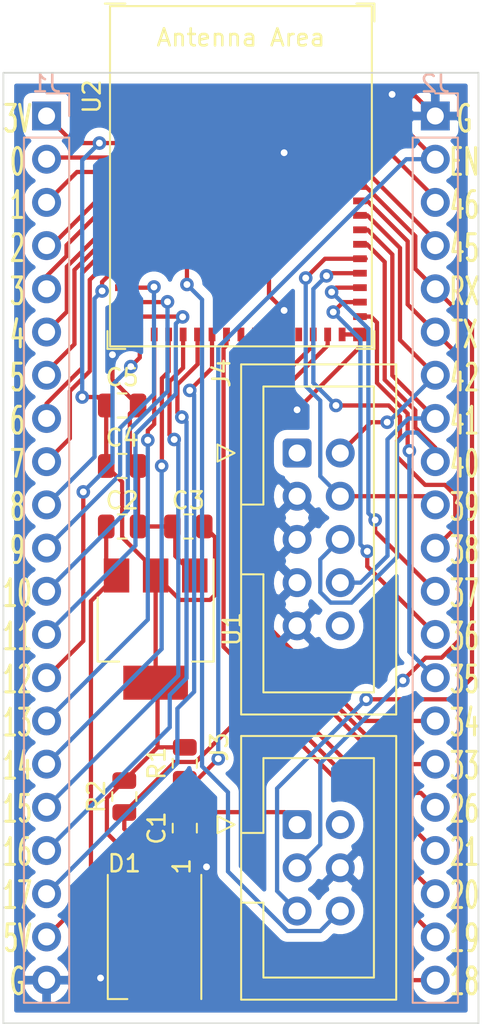
<source format=kicad_pcb>
(kicad_pcb (version 20171130) (host pcbnew "(5.1.6-0)")

  (general
    (thickness 1.6)
    (drawings 6)
    (tracks 396)
    (zones 0)
    (modules 14)
    (nets 42)
  )

  (page A4)
  (layers
    (0 F.Cu signal)
    (31 B.Cu signal)
    (32 B.Adhes user)
    (33 F.Adhes user)
    (34 B.Paste user)
    (35 F.Paste user)
    (36 B.SilkS user)
    (37 F.SilkS user)
    (38 B.Mask user)
    (39 F.Mask user)
    (40 Dwgs.User user)
    (41 Cmts.User user)
    (42 Eco1.User user)
    (43 Eco2.User user)
    (44 Edge.Cuts user)
    (45 Margin user)
    (46 B.CrtYd user)
    (47 F.CrtYd user)
    (48 B.Fab user hide)
    (49 F.Fab user hide)
  )

  (setup
    (last_trace_width 0.25)
    (trace_clearance 0.2)
    (zone_clearance 0.508)
    (zone_45_only no)
    (trace_min 0.2)
    (via_size 0.8)
    (via_drill 0.4)
    (via_min_size 0.4)
    (via_min_drill 0.3)
    (uvia_size 0.3)
    (uvia_drill 0.1)
    (uvias_allowed no)
    (uvia_min_size 0.2)
    (uvia_min_drill 0.1)
    (edge_width 0.05)
    (segment_width 0.2)
    (pcb_text_width 0.3)
    (pcb_text_size 1.5 1.5)
    (mod_edge_width 0.12)
    (mod_text_size 1 1)
    (mod_text_width 0.15)
    (pad_size 1.524 1.524)
    (pad_drill 0.762)
    (pad_to_mask_clearance 0.0508)
    (aux_axis_origin 0 0)
    (visible_elements FFFFFF7F)
    (pcbplotparams
      (layerselection 0x010fc_ffffffff)
      (usegerberextensions false)
      (usegerberattributes true)
      (usegerberadvancedattributes true)
      (creategerberjobfile true)
      (excludeedgelayer true)
      (linewidth 0.100000)
      (plotframeref false)
      (viasonmask false)
      (mode 1)
      (useauxorigin false)
      (hpglpennumber 1)
      (hpglpenspeed 20)
      (hpglpendiameter 15.000000)
      (psnegative false)
      (psa4output false)
      (plotreference true)
      (plotvalue true)
      (plotinvisibletext false)
      (padsonsilk false)
      (subtractmaskfromsilk false)
      (outputformat 1)
      (mirror false)
      (drillshape 0)
      (scaleselection 1)
      (outputdirectory ""))
  )

  (net 0 "")
  (net 1 /RESET)
  (net 2 GND)
  (net 3 +5V)
  (net 4 +3V3)
  (net 5 /GPIO18)
  (net 6 /GPIO17)
  (net 7 /GPIO16)
  (net 8 /GPIO15)
  (net 9 /GPIO14)
  (net 10 /GPIO13)
  (net 11 /GPIO12)
  (net 12 /GPIO11)
  (net 13 /GPIO10)
  (net 14 /GPIO9)
  (net 15 /GPIO8)
  (net 16 /GPIO7)
  (net 17 /GPIO6)
  (net 18 /GPIO5)
  (net 19 /GPIO4)
  (net 20 /GPIO3)
  (net 21 /GPIO2)
  (net 22 /GPIO1)
  (net 23 /GPIO0)
  (net 24 /GPIO19)
  (net 25 /GPIO20)
  (net 26 /GPIO21)
  (net 27 /GPIO26)
  (net 28 /GPIO33)
  (net 29 /GPIO34)
  (net 30 /GPIO35)
  (net 31 /GPIO36)
  (net 32 /GPIO37)
  (net 33 /GPIO38)
  (net 34 /GPIO39)
  (net 35 /GPIO40)
  (net 36 /GPIO41)
  (net 37 /GPIO42)
  (net 38 /TX)
  (net 39 /RX)
  (net 40 /GPIO45)
  (net 41 /GPIO46)

  (net_class Default "This is the default net class."
    (clearance 0.2)
    (trace_width 0.25)
    (via_dia 0.8)
    (via_drill 0.4)
    (uvia_dia 0.3)
    (uvia_drill 0.1)
    (add_net +3V3)
    (add_net +5V)
    (add_net /GPIO0)
    (add_net /GPIO1)
    (add_net /GPIO10)
    (add_net /GPIO11)
    (add_net /GPIO12)
    (add_net /GPIO13)
    (add_net /GPIO14)
    (add_net /GPIO15)
    (add_net /GPIO16)
    (add_net /GPIO17)
    (add_net /GPIO18)
    (add_net /GPIO19)
    (add_net /GPIO2)
    (add_net /GPIO20)
    (add_net /GPIO21)
    (add_net /GPIO26)
    (add_net /GPIO3)
    (add_net /GPIO33)
    (add_net /GPIO34)
    (add_net /GPIO35)
    (add_net /GPIO36)
    (add_net /GPIO37)
    (add_net /GPIO38)
    (add_net /GPIO39)
    (add_net /GPIO4)
    (add_net /GPIO40)
    (add_net /GPIO41)
    (add_net /GPIO42)
    (add_net /GPIO45)
    (add_net /GPIO46)
    (add_net /GPIO5)
    (add_net /GPIO6)
    (add_net /GPIO7)
    (add_net /GPIO8)
    (add_net /GPIO9)
    (add_net /RESET)
    (add_net /RX)
    (add_net /TX)
    (add_net GND)
  )

  (module Package_TO_SOT_SMD:SOT-223-3_TabPin2 (layer F.Cu) (tedit 5A02FF57) (tstamp 61691292)
    (at 194.3735 101.2825 270)
    (descr "module CMS SOT223 4 pins")
    (tags "CMS SOT")
    (path /617352BA)
    (attr smd)
    (fp_text reference U1 (at 0 -4.5 90) (layer F.SilkS)
      (effects (font (size 1 1) (thickness 0.15)))
    )
    (fp_text value TC2117-3.3VDBTR (at 0 4.5 90) (layer F.Fab)
      (effects (font (size 1 1) (thickness 0.15)))
    )
    (fp_text user %R (at 0 0) (layer F.Fab)
      (effects (font (size 0.8 0.8) (thickness 0.12)))
    )
    (fp_line (start 1.91 3.41) (end 1.91 2.15) (layer F.SilkS) (width 0.12))
    (fp_line (start 1.91 -3.41) (end 1.91 -2.15) (layer F.SilkS) (width 0.12))
    (fp_line (start 4.4 -3.6) (end -4.4 -3.6) (layer F.CrtYd) (width 0.05))
    (fp_line (start 4.4 3.6) (end 4.4 -3.6) (layer F.CrtYd) (width 0.05))
    (fp_line (start -4.4 3.6) (end 4.4 3.6) (layer F.CrtYd) (width 0.05))
    (fp_line (start -4.4 -3.6) (end -4.4 3.6) (layer F.CrtYd) (width 0.05))
    (fp_line (start -1.85 -2.35) (end -0.85 -3.35) (layer F.Fab) (width 0.1))
    (fp_line (start -1.85 -2.35) (end -1.85 3.35) (layer F.Fab) (width 0.1))
    (fp_line (start -1.85 3.41) (end 1.91 3.41) (layer F.SilkS) (width 0.12))
    (fp_line (start -0.85 -3.35) (end 1.85 -3.35) (layer F.Fab) (width 0.1))
    (fp_line (start -4.1 -3.41) (end 1.91 -3.41) (layer F.SilkS) (width 0.12))
    (fp_line (start -1.85 3.35) (end 1.85 3.35) (layer F.Fab) (width 0.1))
    (fp_line (start 1.85 -3.35) (end 1.85 3.35) (layer F.Fab) (width 0.1))
    (pad 1 smd rect (at -3.15 -2.3 270) (size 2 1.5) (layers F.Cu F.Paste F.Mask)
      (net 2 GND))
    (pad 3 smd rect (at -3.15 2.3 270) (size 2 1.5) (layers F.Cu F.Paste F.Mask)
      (net 3 +5V))
    (pad 2 smd rect (at -3.15 0 270) (size 2 1.5) (layers F.Cu F.Paste F.Mask)
      (net 4 +3V3))
    (pad 2 smd rect (at 3.15 0 270) (size 2 3.8) (layers F.Cu F.Paste F.Mask)
      (net 4 +3V3))
    (model ${KISYS3DMOD}/Package_TO_SOT_SMD.3dshapes/SOT-223.wrl
      (at (xyz 0 0 0))
      (scale (xyz 1 1 1))
      (rotate (xyz 0 0 0))
    )
  )

  (module Espressif:ESP32-S2-MINI-1 (layer F.Cu) (tedit 60F56B8A) (tstamp 6168C433)
    (at 199.39 76.962)
    (descr "ESP32-S2-MINI-1 and ESP32-S2-MINI-1U: https://www.espressif.com/sites/default/files/documentation/esp32-s2-mini-1_esp32-s2-mini-1u_datasheet_en.pdf")
    (tags ESP32-S2)
    (path /616842B3)
    (attr smd)
    (fp_text reference U2 (at -8.763 -6.985 90) (layer F.SilkS)
      (effects (font (size 1 1) (thickness 0.15)))
    )
    (fp_text value ESP32-S2-MINI-1 (at 0 9.4) (layer F.Fab)
      (effects (font (size 1 1) (thickness 0.15)))
    )
    (fp_text user "Antenna Area" (at 0 -10.45) (layer F.SilkS)
      (effects (font (size 1 1) (thickness 0.15)))
    )
    (fp_text user REF** (at 0 0) (layer F.Fab)
      (effects (font (size 1 1) (thickness 0.15)))
    )
    (fp_line (start 8 -12.6) (end -8 -12.6) (layer F.CrtYd) (width 0.12))
    (fp_line (start 8 8) (end 8 -12.6) (layer F.CrtYd) (width 0.12))
    (fp_line (start -8 8) (end 8 8) (layer F.CrtYd) (width 0.12))
    (fp_line (start -8 -12.6) (end -8 8) (layer F.CrtYd) (width 0.12))
    (fp_line (start 7.7 -12.3) (end 7.7 -7.7) (layer F.SilkS) (width 0.12))
    (fp_line (start -7.7 -12.3) (end -7.7 -7.7) (layer F.SilkS) (width 0.12))
    (fp_line (start 7.7 7.7) (end -7.7 7.7) (layer F.SilkS) (width 0.12))
    (fp_line (start 7.7 -7.7) (end 7.7 7.7) (layer F.SilkS) (width 0.12))
    (fp_line (start -7.7 -12.3) (end 7.7 -12.3) (layer F.SilkS) (width 0.12))
    (fp_line (start -7.7 7.7) (end -7.7 -7.7) (layer F.SilkS) (width 0.12))
    (fp_line (start -6.8 -12.45) (end -8 -12.45) (layer F.SilkS) (width 0.12))
    (fp_line (start -7.85 7.85) (end -7.85 6.8) (layer F.SilkS) (width 0.12))
    (fp_line (start -6.8 7.85) (end -7.85 7.85) (layer F.SilkS) (width 0.12))
    (fp_line (start 7.85 7.85) (end 7.85 6.8) (layer F.SilkS) (width 0.12))
    (fp_line (start 6.8 7.85) (end 7.85 7.85) (layer F.SilkS) (width 0.12))
    (fp_line (start 7.85 -12.45) (end 7.85 -11.4) (layer F.SilkS) (width 0.12))
    (fp_line (start 6.8 -12.45) (end 7.85 -12.45) (layer F.SilkS) (width 0.12))
    (fp_line (start 7.7 -7.7) (end -7.7 -7.7) (layer F.Fab) (width 0.15))
    (fp_line (start 7.7 7.7) (end 7.7 -7.7) (layer F.Fab) (width 0.15))
    (fp_line (start -7.7 7.7) (end 7.7 7.7) (layer F.Fab) (width 0.15))
    (fp_line (start -7.7 -7.7) (end -7.7 7.7) (layer F.Fab) (width 0.15))
    (pad 46 smd rect (at -1.65 1.65) (size 1.2 1.2) (layers F.Cu F.Paste F.Mask)
      (net 2 GND))
    (pad 46 smd rect (at 1.65 1.65) (size 1.2 1.2) (layers F.Cu F.Paste F.Mask)
      (net 2 GND))
    (pad 46 smd rect (at 1.65 -1.65) (size 1.2 1.2) (layers F.Cu F.Paste F.Mask)
      (net 2 GND))
    (pad 46 smd custom (at -1.65 -1.65) (size 0.6 0.6) (layers F.Cu F.Paste F.Mask)
      (net 2 GND) (zone_connect 0)
      (options (clearance outline) (anchor rect))
      (primitives
        (gr_poly (pts
           (xy -0.6 0.6) (xy 0.6 0.6) (xy 0.6 -0.6) (xy 0 -0.6) (xy -0.6 0)
) (width 0))
      ))
    (pad 46 smd rect (at 0 1.65) (size 1.2 1.2) (layers F.Cu F.Paste F.Mask)
      (net 2 GND))
    (pad 46 smd rect (at -1.65 0) (size 1.2 1.2) (layers F.Cu F.Paste F.Mask)
      (net 2 GND))
    (pad 46 smd rect (at 0 -1.65) (size 1.2 1.2) (layers F.Cu F.Paste F.Mask)
      (net 2 GND))
    (pad 46 smd rect (at 1.65 0) (size 1.2 1.2) (layers F.Cu F.Paste F.Mask)
      (net 2 GND))
    (pad 46 smd rect (at 0 0) (size 1.2 1.2) (layers F.Cu F.Paste F.Mask)
      (net 2 GND))
    (pad 46 smd rect (at 7 7 180) (size 0.8 0.8) (layers F.Cu F.Paste F.Mask)
      (net 2 GND))
    (pad 46 smd rect (at -7 7 180) (size 0.8 0.8) (layers F.Cu F.Paste F.Mask)
      (net 2 GND))
    (pad 46 smd rect (at 6.95 -7 180) (size 0.8 0.8) (layers F.Cu F.Paste F.Mask)
      (net 2 GND))
    (pad 46 smd rect (at -7 -7 180) (size 0.8 0.8) (layers F.Cu F.Paste F.Mask)
      (net 2 GND))
    (pad 46 smd rect (at -5.95 -7) (size 0.4 0.8) (layers F.Cu F.Paste F.Mask)
      (net 2 GND))
    (pad 46 smd rect (at -5.1 -7) (size 0.4 0.8) (layers F.Cu F.Paste F.Mask)
      (net 2 GND))
    (pad 46 smd rect (at -4.25 -7) (size 0.4 0.8) (layers F.Cu F.Paste F.Mask)
      (net 2 GND))
    (pad 46 smd rect (at -3.4 -7) (size 0.4 0.8) (layers F.Cu F.Paste F.Mask)
      (net 2 GND))
    (pad 46 smd rect (at -2.55 -7) (size 0.4 0.8) (layers F.Cu F.Paste F.Mask)
      (net 2 GND))
    (pad 46 smd rect (at -1.7 -7) (size 0.4 0.8) (layers F.Cu F.Paste F.Mask)
      (net 2 GND))
    (pad 46 smd rect (at -0.85 -7) (size 0.4 0.8) (layers F.Cu F.Paste F.Mask)
      (net 2 GND))
    (pad 46 smd rect (at 0 -7) (size 0.4 0.8) (layers F.Cu F.Paste F.Mask)
      (net 2 GND))
    (pad 46 smd rect (at 0.85 -7) (size 0.4 0.8) (layers F.Cu F.Paste F.Mask)
      (net 2 GND))
    (pad 46 smd rect (at 1.7 -7) (size 0.4 0.8) (layers F.Cu F.Paste F.Mask)
      (net 2 GND))
    (pad 46 smd rect (at 2.55 -7) (size 0.4 0.8) (layers F.Cu F.Paste F.Mask)
      (net 2 GND))
    (pad 46 smd rect (at 3.4 -7) (size 0.4 0.8) (layers F.Cu F.Paste F.Mask)
      (net 2 GND))
    (pad 46 smd rect (at 4.25 -7) (size 0.4 0.8) (layers F.Cu F.Paste F.Mask)
      (net 2 GND))
    (pad 46 smd rect (at 5.1 -7) (size 0.4 0.8) (layers F.Cu F.Paste F.Mask)
      (net 2 GND))
    (pad 46 smd rect (at 5.95 -7) (size 0.4 0.8) (layers F.Cu F.Paste F.Mask)
      (net 2 GND))
    (pad 45 smd rect (at 7 -5.95 90) (size 0.4 0.8) (layers F.Cu F.Paste F.Mask)
      (net 1 /RESET))
    (pad 44 smd rect (at 7 -5.1 90) (size 0.4 0.8) (layers F.Cu F.Paste F.Mask)
      (net 41 /GPIO46))
    (pad 43 smd rect (at 7 -4.25 90) (size 0.4 0.8) (layers F.Cu F.Paste F.Mask)
      (net 2 GND))
    (pad 42 smd rect (at 7 -3.4 90) (size 0.4 0.8) (layers F.Cu F.Paste F.Mask)
      (net 2 GND))
    (pad 41 smd rect (at 7 -2.55 90) (size 0.4 0.8) (layers F.Cu F.Paste F.Mask)
      (net 40 /GPIO45))
    (pad 40 smd rect (at 7 -1.7 90) (size 0.4 0.8) (layers F.Cu F.Paste F.Mask)
      (net 39 /RX))
    (pad 39 smd rect (at 7 -0.85 90) (size 0.4 0.8) (layers F.Cu F.Paste F.Mask)
      (net 38 /TX))
    (pad 38 smd rect (at 7 0 90) (size 0.4 0.8) (layers F.Cu F.Paste F.Mask)
      (net 37 /GPIO42))
    (pad 37 smd rect (at 7 0.85 90) (size 0.4 0.8) (layers F.Cu F.Paste F.Mask)
      (net 36 /GPIO41))
    (pad 36 smd rect (at 7 1.7 90) (size 0.4 0.8) (layers F.Cu F.Paste F.Mask)
      (net 35 /GPIO40))
    (pad 35 smd rect (at 7 2.55 90) (size 0.4 0.8) (layers F.Cu F.Paste F.Mask)
      (net 34 /GPIO39))
    (pad 34 smd rect (at 7 3.4 90) (size 0.4 0.8) (layers F.Cu F.Paste F.Mask)
      (net 33 /GPIO38))
    (pad 33 smd rect (at 7 4.25 90) (size 0.4 0.8) (layers F.Cu F.Paste F.Mask)
      (net 32 /GPIO37))
    (pad 32 smd rect (at 7 5.1 90) (size 0.4 0.8) (layers F.Cu F.Paste F.Mask)
      (net 31 /GPIO36))
    (pad 31 smd rect (at 7 5.95 90) (size 0.4 0.8) (layers F.Cu F.Paste F.Mask)
      (net 30 /GPIO35))
    (pad 30 smd rect (at 5.95 7) (size 0.4 0.8) (layers F.Cu F.Paste F.Mask)
      (net 2 GND))
    (pad 29 smd rect (at 5.1 7) (size 0.4 0.8) (layers F.Cu F.Paste F.Mask)
      (net 29 /GPIO34))
    (pad 28 smd rect (at 4.25 7) (size 0.4 0.8) (layers F.Cu F.Paste F.Mask)
      (net 28 /GPIO33))
    (pad 27 smd rect (at 3.4 7) (size 0.4 0.8) (layers F.Cu F.Paste F.Mask))
    (pad 26 smd rect (at 2.55 7) (size 0.4 0.8) (layers F.Cu F.Paste F.Mask)
      (net 27 /GPIO26))
    (pad 25 smd rect (at 1.7 7) (size 0.4 0.8) (layers F.Cu F.Paste F.Mask)
      (net 26 /GPIO21))
    (pad 24 smd rect (at 0.85 7) (size 0.4 0.8) (layers F.Cu F.Paste F.Mask)
      (net 25 /GPIO20))
    (pad 23 smd rect (at 0 7) (size 0.4 0.8) (layers F.Cu F.Paste F.Mask)
      (net 24 /GPIO19))
    (pad 22 smd rect (at -0.85 7) (size 0.4 0.8) (layers F.Cu F.Paste F.Mask)
      (net 5 /GPIO18))
    (pad 21 smd rect (at -1.7 7) (size 0.4 0.8) (layers F.Cu F.Paste F.Mask)
      (net 6 /GPIO17))
    (pad 20 smd rect (at -2.55 7) (size 0.4 0.8) (layers F.Cu F.Paste F.Mask)
      (net 7 /GPIO16))
    (pad 19 smd rect (at -3.4 7) (size 0.4 0.8) (layers F.Cu F.Paste F.Mask)
      (net 8 /GPIO15))
    (pad 18 smd rect (at -4.25 7) (size 0.4 0.8) (layers F.Cu F.Paste F.Mask)
      (net 9 /GPIO14))
    (pad 17 smd rect (at -5.1 7) (size 0.4 0.8) (layers F.Cu F.Paste F.Mask)
      (net 10 /GPIO13))
    (pad 16 smd rect (at -5.95 7) (size 0.4 0.8) (layers F.Cu F.Paste F.Mask)
      (net 11 /GPIO12))
    (pad 15 smd rect (at -7 5.95 90) (size 0.4 0.8) (layers F.Cu F.Paste F.Mask)
      (net 12 /GPIO11))
    (pad 14 smd rect (at -7 5.1 90) (size 0.4 0.8) (layers F.Cu F.Paste F.Mask)
      (net 13 /GPIO10))
    (pad 13 smd rect (at -7 4.25 90) (size 0.4 0.8) (layers F.Cu F.Paste F.Mask)
      (net 14 /GPIO9))
    (pad 12 smd rect (at -7 3.4 90) (size 0.4 0.8) (layers F.Cu F.Paste F.Mask)
      (net 15 /GPIO8))
    (pad 11 smd rect (at -7 2.55 90) (size 0.4 0.8) (layers F.Cu F.Paste F.Mask)
      (net 16 /GPIO7))
    (pad 10 smd rect (at -7 1.7 90) (size 0.4 0.8) (layers F.Cu F.Paste F.Mask)
      (net 17 /GPIO6))
    (pad 9 smd rect (at -7 0.85 90) (size 0.4 0.8) (layers F.Cu F.Paste F.Mask)
      (net 18 /GPIO5))
    (pad 8 smd rect (at -7 0 90) (size 0.4 0.8) (layers F.Cu F.Paste F.Mask)
      (net 19 /GPIO4))
    (pad 7 smd rect (at -7 -0.85 90) (size 0.4 0.8) (layers F.Cu F.Paste F.Mask)
      (net 20 /GPIO3))
    (pad 6 smd rect (at -7 -1.7 90) (size 0.4 0.8) (layers F.Cu F.Paste F.Mask)
      (net 21 /GPIO2))
    (pad 5 smd rect (at -7 -2.55 90) (size 0.4 0.8) (layers F.Cu F.Paste F.Mask)
      (net 22 /GPIO1))
    (pad 4 smd rect (at -7 -3.4 90) (size 0.4 0.8) (layers F.Cu F.Paste F.Mask)
      (net 23 /GPIO0))
    (pad 3 smd rect (at -7 -4.25 90) (size 0.4 0.8) (layers F.Cu F.Paste F.Mask)
      (net 4 +3V3))
    (pad 2 smd rect (at -7 -5.1 90) (size 0.4 0.8) (layers F.Cu F.Paste F.Mask)
      (net 2 GND))
    (pad 1 smd rect (at -7 -5.95 90) (size 0.4 0.8) (layers F.Cu F.Paste F.Mask)
      (net 2 GND))
    (model ${ESPRESSIF_3DMODELS}/ESP32-S2-MINI-1.STEP
      (offset (xyz -7.7 -7.7 0))
      (scale (xyz 1 1 1))
      (rotate (xyz 0 0 0))
    )
  )

  (module Resistor_SMD:R_0805_2012Metric (layer F.Cu) (tedit 5B36C52B) (tstamp 6168B3CB)
    (at 192.532 111.125 90)
    (descr "Resistor SMD 0805 (2012 Metric), square (rectangular) end terminal, IPC_7351 nominal, (Body size source: https://docs.google.com/spreadsheets/d/1BsfQQcO9C6DZCsRaXUlFlo91Tg2WpOkGARC1WS5S8t0/edit?usp=sharing), generated with kicad-footprint-generator")
    (tags resistor)
    (path /616B9C4E)
    (attr smd)
    (fp_text reference R2 (at 0 -1.65 90) (layer F.SilkS)
      (effects (font (size 1 1) (thickness 0.15)))
    )
    (fp_text value 10k (at 0 1.65 90) (layer F.Fab)
      (effects (font (size 1 1) (thickness 0.15)))
    )
    (fp_text user %R (at 0 0 90) (layer F.Fab)
      (effects (font (size 0.5 0.5) (thickness 0.08)))
    )
    (fp_line (start -1 0.6) (end -1 -0.6) (layer F.Fab) (width 0.1))
    (fp_line (start -1 -0.6) (end 1 -0.6) (layer F.Fab) (width 0.1))
    (fp_line (start 1 -0.6) (end 1 0.6) (layer F.Fab) (width 0.1))
    (fp_line (start 1 0.6) (end -1 0.6) (layer F.Fab) (width 0.1))
    (fp_line (start -0.258578 -0.71) (end 0.258578 -0.71) (layer F.SilkS) (width 0.12))
    (fp_line (start -0.258578 0.71) (end 0.258578 0.71) (layer F.SilkS) (width 0.12))
    (fp_line (start -1.68 0.95) (end -1.68 -0.95) (layer F.CrtYd) (width 0.05))
    (fp_line (start -1.68 -0.95) (end 1.68 -0.95) (layer F.CrtYd) (width 0.05))
    (fp_line (start 1.68 -0.95) (end 1.68 0.95) (layer F.CrtYd) (width 0.05))
    (fp_line (start 1.68 0.95) (end -1.68 0.95) (layer F.CrtYd) (width 0.05))
    (pad 2 smd roundrect (at 0.9375 0 90) (size 0.975 1.4) (layers F.Cu F.Paste F.Mask) (roundrect_rratio 0.25)
      (net 4 +3V3))
    (pad 1 smd roundrect (at -0.9375 0 90) (size 0.975 1.4) (layers F.Cu F.Paste F.Mask) (roundrect_rratio 0.25)
      (net 5 /GPIO18))
    (model ${KISYS3DMOD}/Resistor_SMD.3dshapes/R_0805_2012Metric.wrl
      (at (xyz 0 0 0))
      (scale (xyz 1 1 1))
      (rotate (xyz 0 0 0))
    )
  )

  (module Resistor_SMD:R_0805_2012Metric (layer F.Cu) (tedit 5B36C52B) (tstamp 6168B3BA)
    (at 196.088 109.1715 90)
    (descr "Resistor SMD 0805 (2012 Metric), square (rectangular) end terminal, IPC_7351 nominal, (Body size source: https://docs.google.com/spreadsheets/d/1BsfQQcO9C6DZCsRaXUlFlo91Tg2WpOkGARC1WS5S8t0/edit?usp=sharing), generated with kicad-footprint-generator")
    (tags resistor)
    (path /616A9AFE)
    (attr smd)
    (fp_text reference R1 (at 0 -1.65 90) (layer F.SilkS)
      (effects (font (size 1 1) (thickness 0.15)))
    )
    (fp_text value 10k (at 0 1.65 90) (layer F.Fab)
      (effects (font (size 1 1) (thickness 0.15)))
    )
    (fp_text user %R (at 0 0 90) (layer F.Fab)
      (effects (font (size 0.5 0.5) (thickness 0.08)))
    )
    (fp_line (start -1 0.6) (end -1 -0.6) (layer F.Fab) (width 0.1))
    (fp_line (start -1 -0.6) (end 1 -0.6) (layer F.Fab) (width 0.1))
    (fp_line (start 1 -0.6) (end 1 0.6) (layer F.Fab) (width 0.1))
    (fp_line (start 1 0.6) (end -1 0.6) (layer F.Fab) (width 0.1))
    (fp_line (start -0.258578 -0.71) (end 0.258578 -0.71) (layer F.SilkS) (width 0.12))
    (fp_line (start -0.258578 0.71) (end 0.258578 0.71) (layer F.SilkS) (width 0.12))
    (fp_line (start -1.68 0.95) (end -1.68 -0.95) (layer F.CrtYd) (width 0.05))
    (fp_line (start -1.68 -0.95) (end 1.68 -0.95) (layer F.CrtYd) (width 0.05))
    (fp_line (start 1.68 -0.95) (end 1.68 0.95) (layer F.CrtYd) (width 0.05))
    (fp_line (start 1.68 0.95) (end -1.68 0.95) (layer F.CrtYd) (width 0.05))
    (pad 2 smd roundrect (at 0.9375 0 90) (size 0.975 1.4) (layers F.Cu F.Paste F.Mask) (roundrect_rratio 0.25)
      (net 4 +3V3))
    (pad 1 smd roundrect (at -0.9375 0 90) (size 0.975 1.4) (layers F.Cu F.Paste F.Mask) (roundrect_rratio 0.25)
      (net 1 /RESET))
    (model ${KISYS3DMOD}/Resistor_SMD.3dshapes/R_0805_2012Metric.wrl
      (at (xyz 0 0 0))
      (scale (xyz 1 1 1))
      (rotate (xyz 0 0 0))
    )
  )

  (module Connector_IDC:IDC-Header_2x05_P2.54mm_Vertical (layer F.Cu) (tedit 5EAC9A07) (tstamp 6168B3A9)
    (at 202.692 90.932)
    (descr "Through hole IDC box header, 2x05, 2.54mm pitch, DIN 41651 / IEC 60603-13, double rows, https://docs.google.com/spreadsheets/d/16SsEcesNF15N3Lb4niX7dcUr-NY5_MFPQhobNuNppn4/edit#gid=0")
    (tags "Through hole vertical IDC box header THT 2x05 2.54mm double row")
    (path /616C7634)
    (fp_text reference J4 (at -4.445 -4.699 90) (layer F.SilkS)
      (effects (font (size 1 1) (thickness 0.15)))
    )
    (fp_text value Conn_02x05_Odd_Even (at 1.27 16.26) (layer F.Fab)
      (effects (font (size 1 1) (thickness 0.15)))
    )
    (fp_text user %R (at 1.27 5.08 90) (layer F.Fab)
      (effects (font (size 1 1) (thickness 0.15)))
    )
    (fp_line (start -3.18 -4.1) (end -2.18 -5.1) (layer F.Fab) (width 0.1))
    (fp_line (start -2.18 -5.1) (end 5.72 -5.1) (layer F.Fab) (width 0.1))
    (fp_line (start 5.72 -5.1) (end 5.72 15.26) (layer F.Fab) (width 0.1))
    (fp_line (start 5.72 15.26) (end -3.18 15.26) (layer F.Fab) (width 0.1))
    (fp_line (start -3.18 15.26) (end -3.18 -4.1) (layer F.Fab) (width 0.1))
    (fp_line (start -3.18 3.03) (end -1.98 3.03) (layer F.Fab) (width 0.1))
    (fp_line (start -1.98 3.03) (end -1.98 -3.91) (layer F.Fab) (width 0.1))
    (fp_line (start -1.98 -3.91) (end 4.52 -3.91) (layer F.Fab) (width 0.1))
    (fp_line (start 4.52 -3.91) (end 4.52 14.07) (layer F.Fab) (width 0.1))
    (fp_line (start 4.52 14.07) (end -1.98 14.07) (layer F.Fab) (width 0.1))
    (fp_line (start -1.98 14.07) (end -1.98 7.13) (layer F.Fab) (width 0.1))
    (fp_line (start -1.98 7.13) (end -1.98 7.13) (layer F.Fab) (width 0.1))
    (fp_line (start -1.98 7.13) (end -3.18 7.13) (layer F.Fab) (width 0.1))
    (fp_line (start -3.29 -5.21) (end 5.83 -5.21) (layer F.SilkS) (width 0.12))
    (fp_line (start 5.83 -5.21) (end 5.83 15.37) (layer F.SilkS) (width 0.12))
    (fp_line (start 5.83 15.37) (end -3.29 15.37) (layer F.SilkS) (width 0.12))
    (fp_line (start -3.29 15.37) (end -3.29 -5.21) (layer F.SilkS) (width 0.12))
    (fp_line (start -3.29 3.03) (end -1.98 3.03) (layer F.SilkS) (width 0.12))
    (fp_line (start -1.98 3.03) (end -1.98 -3.91) (layer F.SilkS) (width 0.12))
    (fp_line (start -1.98 -3.91) (end 4.52 -3.91) (layer F.SilkS) (width 0.12))
    (fp_line (start 4.52 -3.91) (end 4.52 14.07) (layer F.SilkS) (width 0.12))
    (fp_line (start 4.52 14.07) (end -1.98 14.07) (layer F.SilkS) (width 0.12))
    (fp_line (start -1.98 14.07) (end -1.98 7.13) (layer F.SilkS) (width 0.12))
    (fp_line (start -1.98 7.13) (end -1.98 7.13) (layer F.SilkS) (width 0.12))
    (fp_line (start -1.98 7.13) (end -3.29 7.13) (layer F.SilkS) (width 0.12))
    (fp_line (start -3.68 0) (end -4.68 -0.5) (layer F.SilkS) (width 0.12))
    (fp_line (start -4.68 -0.5) (end -4.68 0.5) (layer F.SilkS) (width 0.12))
    (fp_line (start -4.68 0.5) (end -3.68 0) (layer F.SilkS) (width 0.12))
    (fp_line (start -3.68 -5.6) (end -3.68 15.76) (layer F.CrtYd) (width 0.05))
    (fp_line (start -3.68 15.76) (end 6.22 15.76) (layer F.CrtYd) (width 0.05))
    (fp_line (start 6.22 15.76) (end 6.22 -5.6) (layer F.CrtYd) (width 0.05))
    (fp_line (start 6.22 -5.6) (end -3.68 -5.6) (layer F.CrtYd) (width 0.05))
    (pad 10 thru_hole circle (at 2.54 10.16) (size 1.7 1.7) (drill 1) (layers *.Cu *.Mask))
    (pad 8 thru_hole circle (at 2.54 7.62) (size 1.7 1.7) (drill 1) (layers *.Cu *.Mask)
      (net 36 /GPIO41))
    (pad 6 thru_hole circle (at 2.54 5.08) (size 1.7 1.7) (drill 1) (layers *.Cu *.Mask)
      (net 35 /GPIO40))
    (pad 4 thru_hole circle (at 2.54 2.54) (size 1.7 1.7) (drill 1) (layers *.Cu *.Mask)
      (net 34 /GPIO39))
    (pad 2 thru_hole circle (at 2.54 0) (size 1.7 1.7) (drill 1) (layers *.Cu *.Mask)
      (net 37 /GPIO42))
    (pad 9 thru_hole circle (at 0 10.16) (size 1.7 1.7) (drill 1) (layers *.Cu *.Mask)
      (net 2 GND))
    (pad 7 thru_hole circle (at 0 7.62) (size 1.7 1.7) (drill 1) (layers *.Cu *.Mask)
      (net 2 GND))
    (pad 5 thru_hole circle (at 0 5.08) (size 1.7 1.7) (drill 1) (layers *.Cu *.Mask)
      (net 2 GND))
    (pad 3 thru_hole circle (at 0 2.54) (size 1.7 1.7) (drill 1) (layers *.Cu *.Mask)
      (net 2 GND))
    (pad 1 thru_hole roundrect (at 0 0) (size 1.7 1.7) (drill 1) (layers *.Cu *.Mask) (roundrect_rratio 0.147059))
    (model ${KISYS3DMOD}/Connector_IDC.3dshapes/IDC-Header_2x05_P2.54mm_Vertical.wrl
      (at (xyz 0 0 0))
      (scale (xyz 1 1 1))
      (rotate (xyz 0 0 0))
    )
  )

  (module Connector_IDC:IDC-Header_2x03_P2.54mm_Vertical (layer F.Cu) (tedit 5EAC9A07) (tstamp 6168B37A)
    (at 202.692 112.776)
    (descr "Through hole IDC box header, 2x03, 2.54mm pitch, DIN 41651 / IEC 60603-13, double rows, https://docs.google.com/spreadsheets/d/16SsEcesNF15N3Lb4niX7dcUr-NY5_MFPQhobNuNppn4/edit#gid=0")
    (tags "Through hole vertical IDC box header THT 2x03 2.54mm double row")
    (path /616C4AEC)
    (fp_text reference J3 (at -4.572 -4.572 90) (layer F.SilkS)
      (effects (font (size 1 1) (thickness 0.15)))
    )
    (fp_text value Conn_02x03_Odd_Even (at 1.27 11.18) (layer F.Fab)
      (effects (font (size 1 1) (thickness 0.15)))
    )
    (fp_text user %R (at 1.27 2.54 90) (layer F.Fab)
      (effects (font (size 1 1) (thickness 0.15)))
    )
    (fp_line (start -3.18 -4.1) (end -2.18 -5.1) (layer F.Fab) (width 0.1))
    (fp_line (start -2.18 -5.1) (end 5.72 -5.1) (layer F.Fab) (width 0.1))
    (fp_line (start 5.72 -5.1) (end 5.72 10.18) (layer F.Fab) (width 0.1))
    (fp_line (start 5.72 10.18) (end -3.18 10.18) (layer F.Fab) (width 0.1))
    (fp_line (start -3.18 10.18) (end -3.18 -4.1) (layer F.Fab) (width 0.1))
    (fp_line (start -3.18 0.49) (end -1.98 0.49) (layer F.Fab) (width 0.1))
    (fp_line (start -1.98 0.49) (end -1.98 -3.91) (layer F.Fab) (width 0.1))
    (fp_line (start -1.98 -3.91) (end 4.52 -3.91) (layer F.Fab) (width 0.1))
    (fp_line (start 4.52 -3.91) (end 4.52 8.99) (layer F.Fab) (width 0.1))
    (fp_line (start 4.52 8.99) (end -1.98 8.99) (layer F.Fab) (width 0.1))
    (fp_line (start -1.98 8.99) (end -1.98 4.59) (layer F.Fab) (width 0.1))
    (fp_line (start -1.98 4.59) (end -1.98 4.59) (layer F.Fab) (width 0.1))
    (fp_line (start -1.98 4.59) (end -3.18 4.59) (layer F.Fab) (width 0.1))
    (fp_line (start -3.29 -5.21) (end 5.83 -5.21) (layer F.SilkS) (width 0.12))
    (fp_line (start 5.83 -5.21) (end 5.83 10.29) (layer F.SilkS) (width 0.12))
    (fp_line (start 5.83 10.29) (end -3.29 10.29) (layer F.SilkS) (width 0.12))
    (fp_line (start -3.29 10.29) (end -3.29 -5.21) (layer F.SilkS) (width 0.12))
    (fp_line (start -3.29 0.49) (end -1.98 0.49) (layer F.SilkS) (width 0.12))
    (fp_line (start -1.98 0.49) (end -1.98 -3.91) (layer F.SilkS) (width 0.12))
    (fp_line (start -1.98 -3.91) (end 4.52 -3.91) (layer F.SilkS) (width 0.12))
    (fp_line (start 4.52 -3.91) (end 4.52 8.99) (layer F.SilkS) (width 0.12))
    (fp_line (start 4.52 8.99) (end -1.98 8.99) (layer F.SilkS) (width 0.12))
    (fp_line (start -1.98 8.99) (end -1.98 4.59) (layer F.SilkS) (width 0.12))
    (fp_line (start -1.98 4.59) (end -1.98 4.59) (layer F.SilkS) (width 0.12))
    (fp_line (start -1.98 4.59) (end -3.29 4.59) (layer F.SilkS) (width 0.12))
    (fp_line (start -3.68 0) (end -4.68 -0.5) (layer F.SilkS) (width 0.12))
    (fp_line (start -4.68 -0.5) (end -4.68 0.5) (layer F.SilkS) (width 0.12))
    (fp_line (start -4.68 0.5) (end -3.68 0) (layer F.SilkS) (width 0.12))
    (fp_line (start -3.68 -5.6) (end -3.68 10.69) (layer F.CrtYd) (width 0.05))
    (fp_line (start -3.68 10.69) (end 6.22 10.69) (layer F.CrtYd) (width 0.05))
    (fp_line (start 6.22 10.69) (end 6.22 -5.6) (layer F.CrtYd) (width 0.05))
    (fp_line (start 6.22 -5.6) (end -3.68 -5.6) (layer F.CrtYd) (width 0.05))
    (pad 6 thru_hole circle (at 2.54 5.08) (size 1.7 1.7) (drill 1) (layers *.Cu *.Mask)
      (net 23 /GPIO0))
    (pad 4 thru_hole circle (at 2.54 2.54) (size 1.7 1.7) (drill 1) (layers *.Cu *.Mask)
      (net 2 GND))
    (pad 2 thru_hole circle (at 2.54 0) (size 1.7 1.7) (drill 1) (layers *.Cu *.Mask))
    (pad 5 thru_hole circle (at 0 5.08) (size 1.7 1.7) (drill 1) (layers *.Cu *.Mask)
      (net 39 /RX))
    (pad 3 thru_hole circle (at 0 2.54) (size 1.7 1.7) (drill 1) (layers *.Cu *.Mask)
      (net 38 /TX))
    (pad 1 thru_hole roundrect (at 0 0) (size 1.7 1.7) (drill 1) (layers *.Cu *.Mask) (roundrect_rratio 0.147059)
      (net 1 /RESET))
    (model ${KISYS3DMOD}/Connector_IDC.3dshapes/IDC-Header_2x03_P2.54mm_Vertical.wrl
      (at (xyz 0 0 0))
      (scale (xyz 1 1 1))
      (rotate (xyz 0 0 0))
    )
  )

  (module Connector_PinHeader_2.54mm:PinHeader_1x21_P2.54mm_Vertical (layer B.Cu) (tedit 59FED5CC) (tstamp 6168B34F)
    (at 210.82 71.12 180)
    (descr "Through hole straight pin header, 1x21, 2.54mm pitch, single row")
    (tags "Through hole pin header THT 1x21 2.54mm single row")
    (path /61688075)
    (fp_text reference J2 (at 0 1.905) (layer B.SilkS)
      (effects (font (size 1 1) (thickness 0.15)) (justify mirror))
    )
    (fp_text value Conn_01x21 (at 0 -53.13) (layer B.Fab)
      (effects (font (size 1 1) (thickness 0.15)) (justify mirror))
    )
    (fp_text user %R (at 0 -25.4 270) (layer B.Fab)
      (effects (font (size 1 1) (thickness 0.15)) (justify mirror))
    )
    (fp_line (start -0.635 1.27) (end 1.27 1.27) (layer B.Fab) (width 0.1))
    (fp_line (start 1.27 1.27) (end 1.27 -52.07) (layer B.Fab) (width 0.1))
    (fp_line (start 1.27 -52.07) (end -1.27 -52.07) (layer B.Fab) (width 0.1))
    (fp_line (start -1.27 -52.07) (end -1.27 0.635) (layer B.Fab) (width 0.1))
    (fp_line (start -1.27 0.635) (end -0.635 1.27) (layer B.Fab) (width 0.1))
    (fp_line (start -1.33 -52.13) (end 1.33 -52.13) (layer B.SilkS) (width 0.12))
    (fp_line (start -1.33 -1.27) (end -1.33 -52.13) (layer B.SilkS) (width 0.12))
    (fp_line (start 1.33 -1.27) (end 1.33 -52.13) (layer B.SilkS) (width 0.12))
    (fp_line (start -1.33 -1.27) (end 1.33 -1.27) (layer B.SilkS) (width 0.12))
    (fp_line (start -1.33 0) (end -1.33 1.33) (layer B.SilkS) (width 0.12))
    (fp_line (start -1.33 1.33) (end 0 1.33) (layer B.SilkS) (width 0.12))
    (fp_line (start -1.8 1.8) (end -1.8 -52.6) (layer B.CrtYd) (width 0.05))
    (fp_line (start -1.8 -52.6) (end 1.8 -52.6) (layer B.CrtYd) (width 0.05))
    (fp_line (start 1.8 -52.6) (end 1.8 1.8) (layer B.CrtYd) (width 0.05))
    (fp_line (start 1.8 1.8) (end -1.8 1.8) (layer B.CrtYd) (width 0.05))
    (pad 21 thru_hole oval (at 0 -50.8 180) (size 1.7 1.7) (drill 1) (layers *.Cu *.Mask)
      (net 5 /GPIO18))
    (pad 20 thru_hole oval (at 0 -48.26 180) (size 1.7 1.7) (drill 1) (layers *.Cu *.Mask)
      (net 24 /GPIO19))
    (pad 19 thru_hole oval (at 0 -45.72 180) (size 1.7 1.7) (drill 1) (layers *.Cu *.Mask)
      (net 25 /GPIO20))
    (pad 18 thru_hole oval (at 0 -43.18 180) (size 1.7 1.7) (drill 1) (layers *.Cu *.Mask)
      (net 26 /GPIO21))
    (pad 17 thru_hole oval (at 0 -40.64 180) (size 1.7 1.7) (drill 1) (layers *.Cu *.Mask)
      (net 27 /GPIO26))
    (pad 16 thru_hole oval (at 0 -38.1 180) (size 1.7 1.7) (drill 1) (layers *.Cu *.Mask)
      (net 28 /GPIO33))
    (pad 15 thru_hole oval (at 0 -35.56 180) (size 1.7 1.7) (drill 1) (layers *.Cu *.Mask)
      (net 29 /GPIO34))
    (pad 14 thru_hole oval (at 0 -33.02 180) (size 1.7 1.7) (drill 1) (layers *.Cu *.Mask)
      (net 30 /GPIO35))
    (pad 13 thru_hole oval (at 0 -30.48 180) (size 1.7 1.7) (drill 1) (layers *.Cu *.Mask)
      (net 31 /GPIO36))
    (pad 12 thru_hole oval (at 0 -27.94 180) (size 1.7 1.7) (drill 1) (layers *.Cu *.Mask)
      (net 32 /GPIO37))
    (pad 11 thru_hole oval (at 0 -25.4 180) (size 1.7 1.7) (drill 1) (layers *.Cu *.Mask)
      (net 33 /GPIO38))
    (pad 10 thru_hole oval (at 0 -22.86 180) (size 1.7 1.7) (drill 1) (layers *.Cu *.Mask)
      (net 34 /GPIO39))
    (pad 9 thru_hole oval (at 0 -20.32 180) (size 1.7 1.7) (drill 1) (layers *.Cu *.Mask)
      (net 35 /GPIO40))
    (pad 8 thru_hole oval (at 0 -17.78 180) (size 1.7 1.7) (drill 1) (layers *.Cu *.Mask)
      (net 36 /GPIO41))
    (pad 7 thru_hole oval (at 0 -15.24 180) (size 1.7 1.7) (drill 1) (layers *.Cu *.Mask)
      (net 37 /GPIO42))
    (pad 6 thru_hole oval (at 0 -12.7 180) (size 1.7 1.7) (drill 1) (layers *.Cu *.Mask)
      (net 38 /TX))
    (pad 5 thru_hole oval (at 0 -10.16 180) (size 1.7 1.7) (drill 1) (layers *.Cu *.Mask)
      (net 39 /RX))
    (pad 4 thru_hole oval (at 0 -7.62 180) (size 1.7 1.7) (drill 1) (layers *.Cu *.Mask)
      (net 40 /GPIO45))
    (pad 3 thru_hole oval (at 0 -5.08 180) (size 1.7 1.7) (drill 1) (layers *.Cu *.Mask)
      (net 41 /GPIO46))
    (pad 2 thru_hole oval (at 0 -2.54 180) (size 1.7 1.7) (drill 1) (layers *.Cu *.Mask)
      (net 1 /RESET))
    (pad 1 thru_hole rect (at 0 0 180) (size 1.7 1.7) (drill 1) (layers *.Cu *.Mask)
      (net 2 GND))
    (model ${KISYS3DMOD}/Connector_PinHeader_2.54mm.3dshapes/PinHeader_1x21_P2.54mm_Vertical.wrl
      (at (xyz 0 0 0))
      (scale (xyz 1 1 1))
      (rotate (xyz 0 0 0))
    )
  )

  (module Connector_PinHeader_2.54mm:PinHeader_1x21_P2.54mm_Vertical (layer B.Cu) (tedit 59FED5CC) (tstamp 6168B326)
    (at 187.96 71.12 180)
    (descr "Through hole straight pin header, 1x21, 2.54mm pitch, single row")
    (tags "Through hole pin header THT 1x21 2.54mm single row")
    (path /616891E8)
    (fp_text reference J1 (at 0 1.905) (layer B.SilkS)
      (effects (font (size 1 1) (thickness 0.15)) (justify mirror))
    )
    (fp_text value Conn_01x21 (at 0 -53.13) (layer F.Fab)
      (effects (font (size 1 1) (thickness 0.15)))
    )
    (fp_text user %R (at 0 -25.4 -90) (layer F.Fab)
      (effects (font (size 1 1) (thickness 0.15)))
    )
    (fp_line (start -0.635 1.27) (end 1.27 1.27) (layer B.Fab) (width 0.1))
    (fp_line (start 1.27 1.27) (end 1.27 -52.07) (layer B.Fab) (width 0.1))
    (fp_line (start 1.27 -52.07) (end -1.27 -52.07) (layer B.Fab) (width 0.1))
    (fp_line (start -1.27 -52.07) (end -1.27 0.635) (layer B.Fab) (width 0.1))
    (fp_line (start -1.27 0.635) (end -0.635 1.27) (layer B.Fab) (width 0.1))
    (fp_line (start -1.33 -52.13) (end 1.33 -52.13) (layer B.SilkS) (width 0.12))
    (fp_line (start -1.33 -1.27) (end -1.33 -52.13) (layer B.SilkS) (width 0.12))
    (fp_line (start 1.33 -1.27) (end 1.33 -52.13) (layer B.SilkS) (width 0.12))
    (fp_line (start -1.33 -1.27) (end 1.33 -1.27) (layer B.SilkS) (width 0.12))
    (fp_line (start -1.33 0) (end -1.33 1.33) (layer B.SilkS) (width 0.12))
    (fp_line (start -1.33 1.33) (end 0 1.33) (layer B.SilkS) (width 0.12))
    (fp_line (start -1.8 1.8) (end -1.8 -52.6) (layer B.CrtYd) (width 0.05))
    (fp_line (start -1.8 -52.6) (end 1.8 -52.6) (layer B.CrtYd) (width 0.05))
    (fp_line (start 1.8 -52.6) (end 1.8 1.8) (layer B.CrtYd) (width 0.05))
    (fp_line (start 1.8 1.8) (end -1.8 1.8) (layer B.CrtYd) (width 0.05))
    (pad 21 thru_hole oval (at 0 -50.8 180) (size 1.7 1.7) (drill 1) (layers *.Cu *.Mask)
      (net 2 GND))
    (pad 20 thru_hole oval (at 0 -48.26 180) (size 1.7 1.7) (drill 1) (layers *.Cu *.Mask)
      (net 3 +5V))
    (pad 19 thru_hole oval (at 0 -45.72 180) (size 1.7 1.7) (drill 1) (layers *.Cu *.Mask)
      (net 6 /GPIO17))
    (pad 18 thru_hole oval (at 0 -43.18 180) (size 1.7 1.7) (drill 1) (layers *.Cu *.Mask)
      (net 7 /GPIO16))
    (pad 17 thru_hole oval (at 0 -40.64 180) (size 1.7 1.7) (drill 1) (layers *.Cu *.Mask)
      (net 8 /GPIO15))
    (pad 16 thru_hole oval (at 0 -38.1 180) (size 1.7 1.7) (drill 1) (layers *.Cu *.Mask)
      (net 9 /GPIO14))
    (pad 15 thru_hole oval (at 0 -35.56 180) (size 1.7 1.7) (drill 1) (layers *.Cu *.Mask)
      (net 10 /GPIO13))
    (pad 14 thru_hole oval (at 0 -33.02 180) (size 1.7 1.7) (drill 1) (layers *.Cu *.Mask)
      (net 11 /GPIO12))
    (pad 13 thru_hole oval (at 0 -30.48 180) (size 1.7 1.7) (drill 1) (layers *.Cu *.Mask)
      (net 12 /GPIO11))
    (pad 12 thru_hole oval (at 0 -27.94 180) (size 1.7 1.7) (drill 1) (layers *.Cu *.Mask)
      (net 13 /GPIO10))
    (pad 11 thru_hole oval (at 0 -25.4 180) (size 1.7 1.7) (drill 1) (layers *.Cu *.Mask)
      (net 14 /GPIO9))
    (pad 10 thru_hole oval (at 0 -22.86 180) (size 1.7 1.7) (drill 1) (layers *.Cu *.Mask)
      (net 15 /GPIO8))
    (pad 9 thru_hole oval (at 0 -20.32 180) (size 1.7 1.7) (drill 1) (layers *.Cu *.Mask)
      (net 16 /GPIO7))
    (pad 8 thru_hole oval (at 0 -17.78 180) (size 1.7 1.7) (drill 1) (layers *.Cu *.Mask)
      (net 17 /GPIO6))
    (pad 7 thru_hole oval (at 0 -15.24 180) (size 1.7 1.7) (drill 1) (layers *.Cu *.Mask)
      (net 18 /GPIO5))
    (pad 6 thru_hole oval (at 0 -12.7 180) (size 1.7 1.7) (drill 1) (layers *.Cu *.Mask)
      (net 19 /GPIO4))
    (pad 5 thru_hole oval (at 0 -10.16 180) (size 1.7 1.7) (drill 1) (layers *.Cu *.Mask)
      (net 20 /GPIO3))
    (pad 4 thru_hole oval (at 0 -7.62 180) (size 1.7 1.7) (drill 1) (layers *.Cu *.Mask)
      (net 21 /GPIO2))
    (pad 3 thru_hole oval (at 0 -5.08 180) (size 1.7 1.7) (drill 1) (layers *.Cu *.Mask)
      (net 22 /GPIO1))
    (pad 2 thru_hole oval (at 0 -2.54 180) (size 1.7 1.7) (drill 1) (layers *.Cu *.Mask)
      (net 23 /GPIO0))
    (pad 1 thru_hole rect (at 0 0 180) (size 1.7 1.7) (drill 1) (layers *.Cu *.Mask)
      (net 4 +3V3))
    (model ${KISYS3DMOD}/Connector_PinHeader_2.54mm.3dshapes/PinHeader_1x21_P2.54mm_Vertical.wrl
      (at (xyz 0 0 0))
      (scale (xyz 1 1 1))
      (rotate (xyz 0 0 0))
    )
  )

  (module LED_SMD:LED_WS2812B_PLCC4_5.0x5.0mm_P3.2mm (layer F.Cu) (tedit 5AA4B285) (tstamp 6168CE54)
    (at 194.31 119.38 270)
    (descr https://cdn-shop.adafruit.com/datasheets/WS2812B.pdf)
    (tags "LED RGB NeoPixel")
    (path /616B64F8)
    (attr smd)
    (fp_text reference D1 (at -4.318 1.778 180) (layer F.SilkS)
      (effects (font (size 1 1) (thickness 0.15)))
    )
    (fp_text value WS2812B (at 0 4 90) (layer F.Fab)
      (effects (font (size 1 1) (thickness 0.15)))
    )
    (fp_text user %R (at 0 0 90) (layer F.Fab)
      (effects (font (size 0.8 0.8) (thickness 0.15)))
    )
    (fp_text user 1 (at -4.15 -1.6 90) (layer F.SilkS)
      (effects (font (size 1 1) (thickness 0.15)))
    )
    (fp_line (start 3.45 -2.75) (end -3.45 -2.75) (layer F.CrtYd) (width 0.05))
    (fp_line (start 3.45 2.75) (end 3.45 -2.75) (layer F.CrtYd) (width 0.05))
    (fp_line (start -3.45 2.75) (end 3.45 2.75) (layer F.CrtYd) (width 0.05))
    (fp_line (start -3.45 -2.75) (end -3.45 2.75) (layer F.CrtYd) (width 0.05))
    (fp_line (start 2.5 1.5) (end 1.5 2.5) (layer F.Fab) (width 0.1))
    (fp_line (start -2.5 -2.5) (end -2.5 2.5) (layer F.Fab) (width 0.1))
    (fp_line (start -2.5 2.5) (end 2.5 2.5) (layer F.Fab) (width 0.1))
    (fp_line (start 2.5 2.5) (end 2.5 -2.5) (layer F.Fab) (width 0.1))
    (fp_line (start 2.5 -2.5) (end -2.5 -2.5) (layer F.Fab) (width 0.1))
    (fp_line (start -3.65 -2.75) (end 3.65 -2.75) (layer F.SilkS) (width 0.12))
    (fp_line (start -3.65 2.75) (end 3.65 2.75) (layer F.SilkS) (width 0.12))
    (fp_line (start 3.65 2.75) (end 3.65 1.6) (layer F.SilkS) (width 0.12))
    (fp_circle (center 0 0) (end 0 -2) (layer F.Fab) (width 0.1))
    (pad 1 smd rect (at -2.45 -1.6 270) (size 1.5 1) (layers F.Cu F.Paste F.Mask)
      (net 4 +3V3))
    (pad 2 smd rect (at -2.45 1.6 270) (size 1.5 1) (layers F.Cu F.Paste F.Mask))
    (pad 4 smd rect (at 2.45 -1.6 270) (size 1.5 1) (layers F.Cu F.Paste F.Mask)
      (net 5 /GPIO18))
    (pad 3 smd rect (at 2.45 1.6 270) (size 1.5 1) (layers F.Cu F.Paste F.Mask)
      (net 2 GND))
    (model ${KISYS3DMOD}/LED_SMD.3dshapes/LED_WS2812B_PLCC4_5.0x5.0mm_P3.2mm.wrl
      (at (xyz 0 0 0))
      (scale (xyz 1 1 1))
      (rotate (xyz 0 0 0))
    )
  )

  (module Capacitor_SMD:C_0805_2012Metric (layer F.Cu) (tedit 5B36C52B) (tstamp 6168D171)
    (at 192.405 88.138)
    (descr "Capacitor SMD 0805 (2012 Metric), square (rectangular) end terminal, IPC_7351 nominal, (Body size source: https://docs.google.com/spreadsheets/d/1BsfQQcO9C6DZCsRaXUlFlo91Tg2WpOkGARC1WS5S8t0/edit?usp=sharing), generated with kicad-footprint-generator")
    (tags capacitor)
    (path /616A36DE)
    (attr smd)
    (fp_text reference C5 (at 0 -1.65) (layer F.SilkS)
      (effects (font (size 1 1) (thickness 0.15)))
    )
    (fp_text value 0.1uF (at 0 1.65) (layer F.Fab)
      (effects (font (size 1 1) (thickness 0.15)))
    )
    (fp_text user %R (at 0 0) (layer F.Fab)
      (effects (font (size 0.5 0.5) (thickness 0.08)))
    )
    (fp_line (start -1 0.6) (end -1 -0.6) (layer F.Fab) (width 0.1))
    (fp_line (start -1 -0.6) (end 1 -0.6) (layer F.Fab) (width 0.1))
    (fp_line (start 1 -0.6) (end 1 0.6) (layer F.Fab) (width 0.1))
    (fp_line (start 1 0.6) (end -1 0.6) (layer F.Fab) (width 0.1))
    (fp_line (start -0.258578 -0.71) (end 0.258578 -0.71) (layer F.SilkS) (width 0.12))
    (fp_line (start -0.258578 0.71) (end 0.258578 0.71) (layer F.SilkS) (width 0.12))
    (fp_line (start -1.68 0.95) (end -1.68 -0.95) (layer F.CrtYd) (width 0.05))
    (fp_line (start -1.68 -0.95) (end 1.68 -0.95) (layer F.CrtYd) (width 0.05))
    (fp_line (start 1.68 -0.95) (end 1.68 0.95) (layer F.CrtYd) (width 0.05))
    (fp_line (start 1.68 0.95) (end -1.68 0.95) (layer F.CrtYd) (width 0.05))
    (pad 2 smd roundrect (at 0.9375 0) (size 0.975 1.4) (layers F.Cu F.Paste F.Mask) (roundrect_rratio 0.25)
      (net 2 GND))
    (pad 1 smd roundrect (at -0.9375 0) (size 0.975 1.4) (layers F.Cu F.Paste F.Mask) (roundrect_rratio 0.25)
      (net 4 +3V3))
    (model ${KISYS3DMOD}/Capacitor_SMD.3dshapes/C_0805_2012Metric.wrl
      (at (xyz 0 0 0))
      (scale (xyz 1 1 1))
      (rotate (xyz 0 0 0))
    )
  )

  (module Capacitor_SMD:C_0805_2012Metric (layer F.Cu) (tedit 5B36C52B) (tstamp 6168B2D5)
    (at 192.405 91.694 180)
    (descr "Capacitor SMD 0805 (2012 Metric), square (rectangular) end terminal, IPC_7351 nominal, (Body size source: https://docs.google.com/spreadsheets/d/1BsfQQcO9C6DZCsRaXUlFlo91Tg2WpOkGARC1WS5S8t0/edit?usp=sharing), generated with kicad-footprint-generator")
    (tags capacitor)
    (path /616A4697)
    (attr smd)
    (fp_text reference C4 (at 0 1.651) (layer F.SilkS)
      (effects (font (size 1 1) (thickness 0.15)))
    )
    (fp_text value 22uF (at 0 1.65) (layer F.Fab)
      (effects (font (size 1 1) (thickness 0.15)))
    )
    (fp_text user %R (at 0 0) (layer F.Fab)
      (effects (font (size 0.5 0.5) (thickness 0.08)))
    )
    (fp_line (start -1 0.6) (end -1 -0.6) (layer F.Fab) (width 0.1))
    (fp_line (start -1 -0.6) (end 1 -0.6) (layer F.Fab) (width 0.1))
    (fp_line (start 1 -0.6) (end 1 0.6) (layer F.Fab) (width 0.1))
    (fp_line (start 1 0.6) (end -1 0.6) (layer F.Fab) (width 0.1))
    (fp_line (start -0.258578 -0.71) (end 0.258578 -0.71) (layer F.SilkS) (width 0.12))
    (fp_line (start -0.258578 0.71) (end 0.258578 0.71) (layer F.SilkS) (width 0.12))
    (fp_line (start -1.68 0.95) (end -1.68 -0.95) (layer F.CrtYd) (width 0.05))
    (fp_line (start -1.68 -0.95) (end 1.68 -0.95) (layer F.CrtYd) (width 0.05))
    (fp_line (start 1.68 -0.95) (end 1.68 0.95) (layer F.CrtYd) (width 0.05))
    (fp_line (start 1.68 0.95) (end -1.68 0.95) (layer F.CrtYd) (width 0.05))
    (pad 2 smd roundrect (at 0.9375 0 180) (size 0.975 1.4) (layers F.Cu F.Paste F.Mask) (roundrect_rratio 0.25)
      (net 4 +3V3))
    (pad 1 smd roundrect (at -0.9375 0 180) (size 0.975 1.4) (layers F.Cu F.Paste F.Mask) (roundrect_rratio 0.25)
      (net 2 GND))
    (model ${KISYS3DMOD}/Capacitor_SMD.3dshapes/C_0805_2012Metric.wrl
      (at (xyz 0 0 0))
      (scale (xyz 1 1 1))
      (rotate (xyz 0 0 0))
    )
  )

  (module Capacitor_SMD:C_0805_2012Metric (layer F.Cu) (tedit 5B36C52B) (tstamp 6168B2C4)
    (at 196.2935 95.25 180)
    (descr "Capacitor SMD 0805 (2012 Metric), square (rectangular) end terminal, IPC_7351 nominal, (Body size source: https://docs.google.com/spreadsheets/d/1BsfQQcO9C6DZCsRaXUlFlo91Tg2WpOkGARC1WS5S8t0/edit?usp=sharing), generated with kicad-footprint-generator")
    (tags capacitor)
    (path /616AEA67)
    (attr smd)
    (fp_text reference C3 (at 0 1.524) (layer F.SilkS)
      (effects (font (size 1 1) (thickness 0.15)))
    )
    (fp_text value 4.7uF (at 0 1.65) (layer F.Fab)
      (effects (font (size 1 1) (thickness 0.15)))
    )
    (fp_text user %R (at 0 0) (layer F.Fab)
      (effects (font (size 0.5 0.5) (thickness 0.08)))
    )
    (fp_line (start -1 0.6) (end -1 -0.6) (layer F.Fab) (width 0.1))
    (fp_line (start -1 -0.6) (end 1 -0.6) (layer F.Fab) (width 0.1))
    (fp_line (start 1 -0.6) (end 1 0.6) (layer F.Fab) (width 0.1))
    (fp_line (start 1 0.6) (end -1 0.6) (layer F.Fab) (width 0.1))
    (fp_line (start -0.258578 -0.71) (end 0.258578 -0.71) (layer F.SilkS) (width 0.12))
    (fp_line (start -0.258578 0.71) (end 0.258578 0.71) (layer F.SilkS) (width 0.12))
    (fp_line (start -1.68 0.95) (end -1.68 -0.95) (layer F.CrtYd) (width 0.05))
    (fp_line (start -1.68 -0.95) (end 1.68 -0.95) (layer F.CrtYd) (width 0.05))
    (fp_line (start 1.68 -0.95) (end 1.68 0.95) (layer F.CrtYd) (width 0.05))
    (fp_line (start 1.68 0.95) (end -1.68 0.95) (layer F.CrtYd) (width 0.05))
    (pad 2 smd roundrect (at 0.9375 0 180) (size 0.975 1.4) (layers F.Cu F.Paste F.Mask) (roundrect_rratio 0.25)
      (net 2 GND))
    (pad 1 smd roundrect (at -0.9375 0 180) (size 0.975 1.4) (layers F.Cu F.Paste F.Mask) (roundrect_rratio 0.25)
      (net 4 +3V3))
    (model ${KISYS3DMOD}/Capacitor_SMD.3dshapes/C_0805_2012Metric.wrl
      (at (xyz 0 0 0))
      (scale (xyz 1 1 1))
      (rotate (xyz 0 0 0))
    )
  )

  (module Capacitor_SMD:C_0805_2012Metric (layer F.Cu) (tedit 5B36C52B) (tstamp 61691654)
    (at 192.405 95.25 180)
    (descr "Capacitor SMD 0805 (2012 Metric), square (rectangular) end terminal, IPC_7351 nominal, (Body size source: https://docs.google.com/spreadsheets/d/1BsfQQcO9C6DZCsRaXUlFlo91Tg2WpOkGARC1WS5S8t0/edit?usp=sharing), generated with kicad-footprint-generator")
    (tags capacitor)
    (path /616AF9C2)
    (attr smd)
    (fp_text reference C2 (at 0 1.524) (layer F.SilkS)
      (effects (font (size 1 1) (thickness 0.15)))
    )
    (fp_text value 4.7uF (at 0 1.65) (layer F.Fab)
      (effects (font (size 1 1) (thickness 0.15)))
    )
    (fp_text user %R (at 0 0) (layer F.Fab)
      (effects (font (size 0.5 0.5) (thickness 0.08)))
    )
    (fp_line (start -1 0.6) (end -1 -0.6) (layer F.Fab) (width 0.1))
    (fp_line (start -1 -0.6) (end 1 -0.6) (layer F.Fab) (width 0.1))
    (fp_line (start 1 -0.6) (end 1 0.6) (layer F.Fab) (width 0.1))
    (fp_line (start 1 0.6) (end -1 0.6) (layer F.Fab) (width 0.1))
    (fp_line (start -0.258578 -0.71) (end 0.258578 -0.71) (layer F.SilkS) (width 0.12))
    (fp_line (start -0.258578 0.71) (end 0.258578 0.71) (layer F.SilkS) (width 0.12))
    (fp_line (start -1.68 0.95) (end -1.68 -0.95) (layer F.CrtYd) (width 0.05))
    (fp_line (start -1.68 -0.95) (end 1.68 -0.95) (layer F.CrtYd) (width 0.05))
    (fp_line (start 1.68 -0.95) (end 1.68 0.95) (layer F.CrtYd) (width 0.05))
    (fp_line (start 1.68 0.95) (end -1.68 0.95) (layer F.CrtYd) (width 0.05))
    (pad 2 smd roundrect (at 0.9375 0 180) (size 0.975 1.4) (layers F.Cu F.Paste F.Mask) (roundrect_rratio 0.25)
      (net 3 +5V))
    (pad 1 smd roundrect (at -0.9375 0 180) (size 0.975 1.4) (layers F.Cu F.Paste F.Mask) (roundrect_rratio 0.25)
      (net 2 GND))
    (model ${KISYS3DMOD}/Capacitor_SMD.3dshapes/C_0805_2012Metric.wrl
      (at (xyz 0 0 0))
      (scale (xyz 1 1 1))
      (rotate (xyz 0 0 0))
    )
  )

  (module Capacitor_SMD:C_0805_2012Metric (layer F.Cu) (tedit 5B36C52B) (tstamp 6168CA42)
    (at 196.088 112.9815 90)
    (descr "Capacitor SMD 0805 (2012 Metric), square (rectangular) end terminal, IPC_7351 nominal, (Body size source: https://docs.google.com/spreadsheets/d/1BsfQQcO9C6DZCsRaXUlFlo91Tg2WpOkGARC1WS5S8t0/edit?usp=sharing), generated with kicad-footprint-generator")
    (tags capacitor)
    (path /616A6EF3)
    (attr smd)
    (fp_text reference C1 (at 0 -1.65 90) (layer F.SilkS)
      (effects (font (size 1 1) (thickness 0.15)))
    )
    (fp_text value 1uF (at 0 1.65 90) (layer F.Fab)
      (effects (font (size 1 1) (thickness 0.15)))
    )
    (fp_text user %R (at 0 0 90) (layer F.Fab)
      (effects (font (size 0.5 0.5) (thickness 0.08)))
    )
    (fp_line (start -1 0.6) (end -1 -0.6) (layer F.Fab) (width 0.1))
    (fp_line (start -1 -0.6) (end 1 -0.6) (layer F.Fab) (width 0.1))
    (fp_line (start 1 -0.6) (end 1 0.6) (layer F.Fab) (width 0.1))
    (fp_line (start 1 0.6) (end -1 0.6) (layer F.Fab) (width 0.1))
    (fp_line (start -0.258578 -0.71) (end 0.258578 -0.71) (layer F.SilkS) (width 0.12))
    (fp_line (start -0.258578 0.71) (end 0.258578 0.71) (layer F.SilkS) (width 0.12))
    (fp_line (start -1.68 0.95) (end -1.68 -0.95) (layer F.CrtYd) (width 0.05))
    (fp_line (start -1.68 -0.95) (end 1.68 -0.95) (layer F.CrtYd) (width 0.05))
    (fp_line (start 1.68 -0.95) (end 1.68 0.95) (layer F.CrtYd) (width 0.05))
    (fp_line (start 1.68 0.95) (end -1.68 0.95) (layer F.CrtYd) (width 0.05))
    (pad 2 smd roundrect (at 0.9375 0 90) (size 0.975 1.4) (layers F.Cu F.Paste F.Mask) (roundrect_rratio 0.25)
      (net 1 /RESET))
    (pad 1 smd roundrect (at -0.9375 0 90) (size 0.975 1.4) (layers F.Cu F.Paste F.Mask) (roundrect_rratio 0.25)
      (net 2 GND))
    (model ${KISYS3DMOD}/Capacitor_SMD.3dshapes/C_0805_2012Metric.wrl
      (at (xyz 0 0 0))
      (scale (xyz 1 1 1))
      (rotate (xyz 0 0 0))
    )
  )

  (gr_text "G\nEN\n46\n45\nRX\nTX\n42\n41\n40\n39\n38\n37\n36\n35\n34\n33\n26\n21\n20\n19\n18" (at 212.5345 96.647) (layer F.SilkS) (tstamp 6168FCCE)
    (effects (font (size 1.5748 0.889) (thickness 0.1778)))
  )
  (gr_text "3V\n0\n1\n2\n3\n4\n5\n6\n7\n8\n9\n10\n11\n12\n13\n14\n15\n16\n17\n5V\nG" (at 186.2455 96.647) (layer F.SilkS) (tstamp 6168FC55)
    (effects (font (size 1.5748 0.889) (thickness 0.1778)))
  )
  (gr_line (start 213.36 68.58) (end 213.36 124.46) (layer Edge.Cuts) (width 0.1))
  (gr_line (start 185.42 68.58) (end 213.36 68.58) (layer Edge.Cuts) (width 0.1))
  (gr_line (start 185.42 124.46) (end 185.42 68.58) (layer Edge.Cuts) (width 0.1))
  (gr_line (start 213.36 124.46) (end 185.42 124.46) (layer Edge.Cuts) (width 0.1))

  (segment (start 196.088 110.109) (end 196.088 112.044) (width 0.25) (layer F.Cu) (net 1))
  (segment (start 201.96 112.044) (end 202.692 112.776) (width 0.25) (layer F.Cu) (net 1))
  (segment (start 196.088 112.044) (end 201.96 112.044) (width 0.25) (layer F.Cu) (net 1))
  (segment (start 208.172 71.012) (end 210.82 73.66) (width 0.25) (layer F.Cu) (net 1))
  (segment (start 206.39 71.012) (end 208.172 71.012) (width 0.25) (layer F.Cu) (net 1))
  (via (at 198.0565 108.9025) (size 0.8) (drill 0.4) (layers F.Cu B.Cu) (net 1))
  (segment (start 209.111998 73.66) (end 198.0565 84.715498) (width 0.25) (layer B.Cu) (net 1))
  (segment (start 210.82 73.66) (end 209.111998 73.66) (width 0.25) (layer B.Cu) (net 1))
  (segment (start 198.0565 84.715498) (end 198.0565 108.9025) (width 0.25) (layer B.Cu) (net 1))
  (segment (start 196.85 110.109) (end 198.0565 108.9025) (width 0.25) (layer F.Cu) (net 1))
  (segment (start 196.088 110.109) (end 196.85 110.109) (width 0.25) (layer F.Cu) (net 1))
  (segment (start 193.3425 91.694) (end 193.3425 95.25) (width 0.25) (layer F.Cu) (net 2))
  (segment (start 193.3425 95.25) (end 193.421 95.25) (width 0.25) (layer F.Cu) (net 2))
  (segment (start 192.39 71.862) (end 192.39 69.962) (width 0.25) (layer F.Cu) (net 2))
  (segment (start 192.39 69.962) (end 206.34 69.962) (width 0.25) (layer F.Cu) (net 2))
  (segment (start 199.39 69.962) (end 199.39 78.612) (width 0.25) (layer F.Cu) (net 2))
  (segment (start 199.39 75.312) (end 197.74 75.312) (width 0.25) (layer F.Cu) (net 2))
  (segment (start 197.74 75.312) (end 197.74 78.612) (width 0.25) (layer F.Cu) (net 2))
  (segment (start 197.74 78.612) (end 201.04 78.612) (width 0.25) (layer F.Cu) (net 2))
  (segment (start 201.04 75.312) (end 199.39 75.312) (width 0.25) (layer F.Cu) (net 2))
  (segment (start 201.04 76.962) (end 197.74 76.962) (width 0.25) (layer F.Cu) (net 2))
  (segment (start 205.74 72.712) (end 206.39 72.712) (width 0.25) (layer F.Cu) (net 2))
  (segment (start 205.34 72.312) (end 205.74 72.712) (width 0.25) (layer F.Cu) (net 2))
  (segment (start 205.34 69.962) (end 205.34 72.312) (width 0.25) (layer F.Cu) (net 2))
  (segment (start 206.39 72.712) (end 206.39 73.562) (width 0.25) (layer F.Cu) (net 2))
  (segment (start 209.662 69.962) (end 210.82 71.12) (width 0.25) (layer F.Cu) (net 2))
  (segment (start 206.34 69.962) (end 208.28 69.85) (width 0.25) (layer F.Cu) (net 2))
  (segment (start 208.28 69.85) (end 209.662 69.962) (width 0.25) (layer F.Cu) (net 2) (tstamp 6168D7A1))
  (via (at 208.28 69.85) (size 0.8) (drill 0.4) (layers F.Cu B.Cu) (net 2))
  (via (at 191.135 121.793) (size 0.8) (drill 0.4) (layers F.Cu B.Cu) (net 2))
  (segment (start 191.172 121.83) (end 191.135 121.793) (width 0.25) (layer F.Cu) (net 2))
  (segment (start 192.71 121.83) (end 191.172 121.83) (width 0.25) (layer F.Cu) (net 2))
  (segment (start 206.39 83.962) (end 205.34 83.962) (width 0.25) (layer F.Cu) (net 2))
  (segment (start 206.39 83.835) (end 206.39 83.962) (width 0.25) (layer F.Cu) (net 2))
  (segment (start 192.856973 88.623527) (end 192.856973 91.208473) (width 0.25) (layer F.Cu) (net 2))
  (segment (start 192.856973 91.208473) (end 193.3425 91.694) (width 0.25) (layer F.Cu) (net 2))
  (segment (start 193.3425 88.138) (end 192.856973 88.623527) (width 0.25) (layer F.Cu) (net 2))
  (segment (start 196.088 113.919) (end 197.366011 115.197011) (width 0.25) (layer F.Cu) (net 2))
  (segment (start 197.366011 115.197011) (end 197.366011 115.260041) (width 0.25) (layer F.Cu) (net 2))
  (via (at 197.366011 115.260041) (size 0.8) (drill 0.4) (layers F.Cu B.Cu) (net 2) (tstamp 61691897))
  (segment (start 202.692 92.94519) (end 202.692 93.472) (width 0.25) (layer F.Cu) (net 2))
  (segment (start 201.04 75.312) (end 201.04 75.566) (width 0.25) (layer F.Cu) (net 2))
  (segment (start 201.04 78.612) (end 201.04 75.566) (width 0.25) (layer F.Cu) (net 2))
  (segment (start 201.04 74.169) (end 201.93 73.279) (width 0.25) (layer F.Cu) (net 2))
  (via (at 201.93 73.279) (size 0.8) (drill 0.4) (layers F.Cu B.Cu) (net 2))
  (segment (start 201.04 75.312) (end 201.04 74.169) (width 0.25) (layer F.Cu) (net 2))
  (segment (start 193.3425 95.25) (end 195.5315 95.25) (width 0.25) (layer F.Cu) (net 2))
  (segment (start 195.5315 96.9905) (end 196.6735 98.1325) (width 0.25) (layer F.Cu) (net 2))
  (segment (start 195.5315 95.25) (end 195.5315 96.9905) (width 0.25) (layer F.Cu) (net 2))
  (via (at 201.93 82.55) (size 0.8) (drill 0.4) (layers F.Cu B.Cu) (net 2))
  (segment (start 201.04 78.612) (end 201.04 81.66) (width 0.25) (layer F.Cu) (net 2))
  (segment (start 201.04 81.66) (end 201.93 82.55) (width 0.25) (layer F.Cu) (net 2))
  (via (at 191.8335 85.1535) (size 0.8) (drill 0.4) (layers F.Cu B.Cu) (net 2))
  (segment (start 193.3425 88.138) (end 191.8335 86.629) (width 0.25) (layer F.Cu) (net 2))
  (segment (start 191.8335 86.629) (end 191.8335 85.1535) (width 0.25) (layer F.Cu) (net 2))
  (segment (start 192.39 83.962) (end 192.39 84.597) (width 0.25) (layer F.Cu) (net 2))
  (segment (start 192.39 84.597) (end 191.8335 85.1535) (width 0.25) (layer F.Cu) (net 2))
  (via (at 202.692012 88.392) (size 0.8) (drill 0.4) (layers F.Cu B.Cu) (net 2))
  (segment (start 206.39 83.962) (end 206.39 84.694012) (width 0.25) (layer F.Cu) (net 2))
  (segment (start 206.39 84.694012) (end 202.692012 88.392) (width 0.25) (layer F.Cu) (net 2))
  (segment (start 190.569009 99.636991) (end 192.0735 98.1325) (width 0.25) (layer F.Cu) (net 3))
  (segment (start 190.569009 116.770991) (end 190.569009 99.636991) (width 0.25) (layer F.Cu) (net 3))
  (segment (start 187.96 119.38) (end 190.569009 116.770991) (width 0.25) (layer F.Cu) (net 3))
  (segment (start 191.4675 97.5265) (end 192.0735 98.1325) (width 0.25) (layer F.Cu) (net 3))
  (segment (start 191.4675 95.25) (end 191.4675 97.5265) (width 0.25) (layer F.Cu) (net 3))
  (segment (start 189.552 72.712) (end 187.96 71.12) (width 0.25) (layer F.Cu) (net 4))
  (segment (start 191.4675 91.694) (end 191.4675 88.138) (width 0.25) (layer F.Cu) (net 4))
  (via (at 191.067 72.712) (size 0.8) (drill 0.4) (layers F.Cu B.Cu) (net 4))
  (segment (start 191.067 72.712) (end 189.552 72.712) (width 0.25) (layer F.Cu) (net 4))
  (segment (start 192.39 72.712) (end 191.067 72.712) (width 0.25) (layer F.Cu) (net 4))
  (segment (start 194.4855 108.234) (end 192.532 110.1875) (width 0.25) (layer F.Cu) (net 4))
  (segment (start 196.088 108.234) (end 194.4855 108.234) (width 0.25) (layer F.Cu) (net 4))
  (segment (start 191.50699 111.21251) (end 192.532 110.1875) (width 0.25) (layer F.Cu) (net 4))
  (segment (start 191.50699 113.27699) (end 191.50699 111.21251) (width 0.25) (layer F.Cu) (net 4))
  (segment (start 195.16 116.93) (end 191.50699 113.27699) (width 0.25) (layer F.Cu) (net 4))
  (segment (start 195.91 116.93) (end 195.16 116.93) (width 0.25) (layer F.Cu) (net 4))
  (segment (start 191.067 72.712) (end 190.055491 73.723509) (width 0.25) (layer B.Cu) (net 4))
  (segment (start 190.055491 73.723509) (end 190.055491 87.640944) (width 0.25) (layer B.Cu) (net 4))
  (via (at 190.055491 87.640944) (size 0.8) (drill 0.4) (layers F.Cu B.Cu) (net 4))
  (segment (start 191.4675 88.138) (end 190.970444 87.640944) (width 0.25) (layer F.Cu) (net 4))
  (segment (start 190.970444 87.640944) (end 190.055491 87.640944) (width 0.25) (layer F.Cu) (net 4))
  (segment (start 194.4855 104.5445) (end 194.3735 104.4325) (width 0.25) (layer F.Cu) (net 4))
  (segment (start 194.4855 108.234) (end 194.4855 104.5445) (width 0.25) (layer F.Cu) (net 4))
  (segment (start 194.3735 104.4325) (end 194.3735 98.1325) (width 0.25) (layer F.Cu) (net 4))
  (segment (start 194.3735 98.1325) (end 194.35 98.1325) (width 0.25) (layer F.Cu) (net 4))
  (segment (start 195.809 99.568) (end 194.3735 98.1325) (width 0.25) (layer F.Cu) (net 4))
  (segment (start 197.573002 99.568) (end 195.809 99.568) (width 0.25) (layer F.Cu) (net 4))
  (segment (start 197.866 99.275002) (end 197.573002 99.568) (width 0.25) (layer F.Cu) (net 4))
  (segment (start 197.866 95.885) (end 197.866 99.275002) (width 0.25) (layer F.Cu) (net 4))
  (segment (start 197.231 95.25) (end 197.866 95.885) (width 0.25) (layer F.Cu) (net 4))
  (segment (start 192.405 95.885) (end 194.3735 97.8535) (width 0.25) (layer F.Cu) (net 4))
  (segment (start 194.3735 97.8535) (end 194.3735 98.1325) (width 0.25) (layer F.Cu) (net 4))
  (segment (start 192.405 92.6315) (end 192.405 95.885) (width 0.25) (layer F.Cu) (net 4))
  (segment (start 191.4675 91.694) (end 192.405 92.6315) (width 0.25) (layer F.Cu) (net 4))
  (segment (start 196 121.92) (end 195.91 121.83) (width 0.25) (layer F.Cu) (net 5))
  (segment (start 210.82 121.92) (end 196 121.92) (width 0.25) (layer F.Cu) (net 5))
  (segment (start 197.104 116.288998) (end 197.104 120.636) (width 0.25) (layer F.Cu) (net 5))
  (segment (start 195.750002 114.935) (end 197.104 116.288998) (width 0.25) (layer F.Cu) (net 5))
  (segment (start 197.104 120.636) (end 195.91 121.83) (width 0.25) (layer F.Cu) (net 5))
  (segment (start 194.437 114.935) (end 195.750002 114.935) (width 0.25) (layer F.Cu) (net 5))
  (segment (start 192.532 113.03) (end 194.437 114.935) (width 0.25) (layer F.Cu) (net 5))
  (segment (start 192.532 112.0625) (end 192.532 113.03) (width 0.25) (layer F.Cu) (net 5))
  (segment (start 192.532 112.0625) (end 195.5015 109.093) (width 0.25) (layer F.Cu) (net 5))
  (segment (start 198.366913 84.785087) (end 198.54 84.612) (width 0.25) (layer F.Cu) (net 5))
  (segment (start 198.366913 102.324381) (end 198.366913 84.785087) (width 0.25) (layer F.Cu) (net 5))
  (segment (start 196.73335 109.093) (end 199.861002 105.965348) (width 0.25) (layer F.Cu) (net 5))
  (segment (start 195.5015 109.093) (end 196.73335 109.093) (width 0.25) (layer F.Cu) (net 5))
  (segment (start 199.861002 105.965348) (end 199.861002 103.81847) (width 0.25) (layer F.Cu) (net 5))
  (segment (start 199.861002 103.81847) (end 198.366913 102.324381) (width 0.25) (layer F.Cu) (net 5))
  (segment (start 198.54 84.612) (end 198.54 83.962) (width 0.25) (layer F.Cu) (net 5))
  (segment (start 195.653989 109.146011) (end 195.653989 105.950999) (width 0.25) (layer B.Cu) (net 6))
  (segment (start 196.640034 87.510044) (end 196.37899 87.249) (width 0.25) (layer B.Cu) (net 6))
  (segment (start 196.640034 104.964954) (end 196.640034 87.510044) (width 0.25) (layer B.Cu) (net 6))
  (segment (start 197.69 83.962) (end 197.69 85.93799) (width 0.25) (layer F.Cu) (net 6))
  (segment (start 197.69 85.93799) (end 196.37899 87.249) (width 0.25) (layer F.Cu) (net 6))
  (segment (start 195.653989 105.950999) (end 196.640034 104.964954) (width 0.25) (layer B.Cu) (net 6))
  (segment (start 187.96 116.84) (end 195.653989 109.146011) (width 0.25) (layer B.Cu) (net 6))
  (via (at 196.37899 87.249) (size 0.8) (drill 0.4) (layers F.Cu B.Cu) (net 6))
  (segment (start 195.653988 88.558343) (end 195.915032 88.819387) (width 0.25) (layer F.Cu) (net 7))
  (segment (start 196.84 85.714986) (end 195.653988 86.900998) (width 0.25) (layer F.Cu) (net 7))
  (via (at 195.915032 88.819387) (size 0.8) (drill 0.4) (layers F.Cu B.Cu) (net 7))
  (segment (start 196.190022 89.094377) (end 195.915032 88.819387) (width 0.25) (layer B.Cu) (net 7))
  (segment (start 196.190022 104.166389) (end 196.190022 89.094377) (width 0.25) (layer B.Cu) (net 7))
  (segment (start 196.84 83.962) (end 196.84 85.714986) (width 0.25) (layer F.Cu) (net 7))
  (segment (start 195.203978 105.152433) (end 196.190022 104.166389) (width 0.25) (layer B.Cu) (net 7))
  (segment (start 195.653988 86.900998) (end 195.653988 88.558343) (width 0.25) (layer F.Cu) (net 7))
  (segment (start 195.203978 107.056022) (end 195.203978 105.152433) (width 0.25) (layer B.Cu) (net 7))
  (segment (start 187.96 114.3) (end 195.203978 107.056022) (width 0.25) (layer B.Cu) (net 7))
  (via (at 195.465021 90.136662) (size 0.8) (drill 0.4) (layers F.Cu B.Cu) (net 8))
  (segment (start 195.707 90.378641) (end 195.465021 90.136662) (width 0.25) (layer B.Cu) (net 8))
  (segment (start 195.707 104.013) (end 195.707 90.378641) (width 0.25) (layer B.Cu) (net 8))
  (segment (start 187.96 111.76) (end 195.707 104.013) (width 0.25) (layer B.Cu) (net 8))
  (segment (start 195.190022 86.728553) (end 195.190022 89.861663) (width 0.25) (layer F.Cu) (net 8))
  (segment (start 195.99 85.928575) (end 195.190022 86.728553) (width 0.25) (layer F.Cu) (net 8))
  (segment (start 195.190022 89.861663) (end 195.465021 90.136662) (width 0.25) (layer F.Cu) (net 8))
  (segment (start 195.99 83.962) (end 195.99 85.928575) (width 0.25) (layer F.Cu) (net 8))
  (via (at 194.72799 91.694002) (size 0.8) (drill 0.4) (layers F.Cu B.Cu) (net 9))
  (segment (start 187.96 109.22) (end 194.72799 102.45201) (width 0.25) (layer B.Cu) (net 9))
  (segment (start 194.72799 102.45201) (end 194.72799 91.694002) (width 0.25) (layer B.Cu) (net 9))
  (segment (start 194.740011 91.681981) (end 194.72799 91.694002) (width 0.25) (layer F.Cu) (net 9))
  (segment (start 194.740011 86.542153) (end 194.740011 91.681981) (width 0.25) (layer F.Cu) (net 9))
  (segment (start 195.14 86.142164) (end 194.740011 86.542153) (width 0.25) (layer F.Cu) (net 9))
  (segment (start 195.14 83.962) (end 195.14 86.142164) (width 0.25) (layer F.Cu) (net 9))
  (segment (start 187.96 106.68) (end 193.912979 100.727021) (width 0.25) (layer B.Cu) (net 10))
  (via (at 193.912979 90.17703) (size 0.8) (drill 0.4) (layers F.Cu B.Cu) (net 10))
  (segment (start 193.912979 100.727021) (end 193.912979 90.17703) (width 0.25) (layer B.Cu) (net 10))
  (segment (start 194.29 89.234324) (end 193.912979 89.611345) (width 0.25) (layer F.Cu) (net 10))
  (segment (start 193.912979 89.611345) (end 193.912979 90.17703) (width 0.25) (layer F.Cu) (net 10))
  (segment (start 194.29 83.962) (end 194.29 89.234324) (width 0.25) (layer F.Cu) (net 10))
  (via (at 190.119 93.218) (size 0.8) (drill 0.4) (layers F.Cu B.Cu) (net 11))
  (segment (start 190.119 101.981) (end 187.96 104.14) (width 0.25) (layer F.Cu) (net 11))
  (segment (start 190.119 93.218) (end 190.119 101.981) (width 0.25) (layer F.Cu) (net 11))
  (via (at 192.913 85.852002) (size 0.8) (drill 0.4) (layers F.Cu B.Cu) (net 11))
  (segment (start 193.44 83.962) (end 193.44 85.325002) (width 0.25) (layer F.Cu) (net 11))
  (segment (start 193.44 85.325002) (end 192.913 85.852002) (width 0.25) (layer F.Cu) (net 11))
  (segment (start 191.837944 91.499056) (end 191.837944 86.927058) (width 0.25) (layer B.Cu) (net 11))
  (segment (start 190.119 93.218) (end 191.837944 91.499056) (width 0.25) (layer B.Cu) (net 11))
  (segment (start 191.837944 86.927058) (end 192.913 85.852002) (width 0.25) (layer B.Cu) (net 11))
  (segment (start 192.39 82.912) (end 192.513 82.912) (width 0.25) (layer F.Cu) (net 12))
  (via (at 195.961 82.931) (size 0.8) (drill 0.4) (layers F.Cu B.Cu) (net 12))
  (segment (start 195.942 82.912) (end 195.961 82.931) (width 0.25) (layer F.Cu) (net 12))
  (segment (start 192.39 82.912) (end 195.942 82.912) (width 0.25) (layer F.Cu) (net 12))
  (segment (start 195.561001 83.330999) (end 195.561001 87.456004) (width 0.25) (layer B.Cu) (net 12))
  (segment (start 193.187977 96.372023) (end 188.809999 100.750001) (width 0.25) (layer B.Cu) (net 12))
  (segment (start 188.809999 100.750001) (end 187.96 101.6) (width 0.25) (layer B.Cu) (net 12))
  (segment (start 195.961 82.931) (end 195.561001 83.330999) (width 0.25) (layer B.Cu) (net 12))
  (segment (start 195.561001 87.456004) (end 193.187977 89.829028) (width 0.25) (layer B.Cu) (net 12))
  (segment (start 193.187977 89.829028) (end 193.187977 96.372023) (width 0.25) (layer B.Cu) (net 12))
  (via (at 195.071996 82.042) (size 0.8) (drill 0.4) (layers F.Cu B.Cu) (net 13))
  (segment (start 192.39 82.062) (end 195.051996 82.062) (width 0.25) (layer F.Cu) (net 13))
  (segment (start 195.051996 82.062) (end 195.071996 82.042) (width 0.25) (layer F.Cu) (net 13))
  (segment (start 195.071996 87.308598) (end 195.071996 82.607685) (width 0.25) (layer B.Cu) (net 13))
  (segment (start 195.071996 82.607685) (end 195.071996 82.042) (width 0.25) (layer B.Cu) (net 13))
  (segment (start 192.737966 94.282034) (end 192.737966 89.642628) (width 0.25) (layer B.Cu) (net 13))
  (segment (start 187.96 99.06) (end 192.737966 94.282034) (width 0.25) (layer B.Cu) (net 13))
  (segment (start 192.737966 89.642628) (end 195.071996 87.308598) (width 0.25) (layer B.Cu) (net 13))
  (segment (start 194.235776 81.212) (end 194.276543 81.171233) (width 0.25) (layer F.Cu) (net 14))
  (via (at 194.276543 81.171233) (size 0.8) (drill 0.4) (layers F.Cu B.Cu) (net 14))
  (segment (start 192.39 81.212) (end 194.235776 81.212) (width 0.25) (layer F.Cu) (net 14))
  (segment (start 192.287955 92.192045) (end 192.287955 89.456228) (width 0.25) (layer B.Cu) (net 14))
  (segment (start 194.276543 87.46764) (end 194.276543 81.736918) (width 0.25) (layer B.Cu) (net 14))
  (segment (start 194.276543 81.736918) (end 194.276543 81.171233) (width 0.25) (layer B.Cu) (net 14))
  (segment (start 192.287955 89.456228) (end 194.276543 87.46764) (width 0.25) (layer B.Cu) (net 14))
  (segment (start 187.96 96.52) (end 192.287955 92.192045) (width 0.25) (layer B.Cu) (net 14))
  (via (at 191.225 81.407) (size 0.8) (drill 0.4) (layers F.Cu B.Cu) (net 15))
  (segment (start 191.225 80.877) (end 191.225 81.407) (width 0.25) (layer F.Cu) (net 15))
  (segment (start 191.74 80.362) (end 191.225 80.877) (width 0.25) (layer F.Cu) (net 15))
  (segment (start 192.39 80.362) (end 191.74 80.362) (width 0.25) (layer F.Cu) (net 15))
  (segment (start 190.780501 91.159499) (end 187.96 93.98) (width 0.25) (layer B.Cu) (net 15))
  (segment (start 190.780501 81.851499) (end 190.780501 91.159499) (width 0.25) (layer B.Cu) (net 15))
  (segment (start 191.225 81.407) (end 190.780501 81.851499) (width 0.25) (layer B.Cu) (net 15))
  (segment (start 190.499999 86.123432) (end 189.330489 87.292942) (width 0.25) (layer F.Cu) (net 16))
  (segment (start 189.330489 87.292942) (end 189.330489 90.069511) (width 0.25) (layer F.Cu) (net 16))
  (segment (start 191.74 79.512) (end 190.499999 80.752001) (width 0.25) (layer F.Cu) (net 16))
  (segment (start 192.39 79.512) (end 191.74 79.512) (width 0.25) (layer F.Cu) (net 16))
  (segment (start 189.330489 90.069511) (end 187.96 91.44) (width 0.25) (layer F.Cu) (net 16))
  (segment (start 190.499999 80.752001) (end 190.499999 86.123432) (width 0.25) (layer F.Cu) (net 16))
  (segment (start 190.049988 85.937032) (end 187.96 88.02702) (width 0.25) (layer F.Cu) (net 17))
  (segment (start 192.39 78.662) (end 191.74 78.662) (width 0.25) (layer F.Cu) (net 17))
  (segment (start 187.96 88.02702) (end 187.96 88.9) (width 0.25) (layer F.Cu) (net 17))
  (segment (start 191.74 78.662) (end 190.049988 80.352012) (width 0.25) (layer F.Cu) (net 17))
  (segment (start 190.049988 80.352012) (end 190.049988 85.937032) (width 0.25) (layer F.Cu) (net 17))
  (segment (start 189.599978 84.533197) (end 187.96 86.173175) (width 0.25) (layer F.Cu) (net 18))
  (segment (start 191.953589 77.812) (end 189.599978 80.165611) (width 0.25) (layer F.Cu) (net 18))
  (segment (start 189.599978 80.165611) (end 189.599978 84.533197) (width 0.25) (layer F.Cu) (net 18))
  (segment (start 187.96 86.173175) (end 187.96 86.36) (width 0.25) (layer F.Cu) (net 18))
  (segment (start 192.39 77.812) (end 191.953589 77.812) (width 0.25) (layer F.Cu) (net 18))
  (segment (start 192.167178 76.962) (end 189.149967 79.979211) (width 0.25) (layer F.Cu) (net 19))
  (segment (start 189.149967 82.630033) (end 187.96 83.82) (width 0.25) (layer F.Cu) (net 19))
  (segment (start 192.39 76.962) (end 192.167178 76.962) (width 0.25) (layer F.Cu) (net 19))
  (segment (start 189.149967 79.979211) (end 189.149967 82.630033) (width 0.25) (layer F.Cu) (net 19))
  (segment (start 191.74 76.112) (end 189.135001 78.716999) (width 0.25) (layer F.Cu) (net 20))
  (segment (start 192.39 76.112) (end 191.74 76.112) (width 0.25) (layer F.Cu) (net 20))
  (segment (start 189.135001 79.357766) (end 187.96 80.532767) (width 0.25) (layer F.Cu) (net 20))
  (segment (start 187.96 80.532767) (end 187.96 81.28) (width 0.25) (layer F.Cu) (net 20))
  (segment (start 189.135001 78.716999) (end 189.135001 79.357766) (width 0.25) (layer F.Cu) (net 20))
  (segment (start 188.262 78.74) (end 187.96 78.74) (width 0.25) (layer F.Cu) (net 21))
  (segment (start 191.74 75.262) (end 188.262 78.74) (width 0.25) (layer F.Cu) (net 21))
  (segment (start 192.39 75.262) (end 191.74 75.262) (width 0.25) (layer F.Cu) (net 21))
  (segment (start 189.748 74.412) (end 187.96 76.2) (width 0.25) (layer F.Cu) (net 22))
  (segment (start 192.39 74.412) (end 189.748 74.412) (width 0.25) (layer F.Cu) (net 22))
  (segment (start 188.058 73.562) (end 187.96 73.66) (width 0.25) (layer F.Cu) (net 23))
  (segment (start 192.39 73.562) (end 188.058 73.562) (width 0.25) (layer F.Cu) (net 23))
  (segment (start 196.215 76.737) (end 196.215 81.026) (width 0.25) (layer F.Cu) (net 23))
  (segment (start 193.04 73.562) (end 196.215 76.737) (width 0.25) (layer F.Cu) (net 23))
  (via (at 196.215 81.026) (size 0.8) (drill 0.4) (layers F.Cu B.Cu) (net 23))
  (segment (start 192.39 73.562) (end 193.04 73.562) (width 0.25) (layer F.Cu) (net 23))
  (segment (start 204.056999 119.031001) (end 205.232 117.856) (width 0.25) (layer B.Cu) (net 23))
  (segment (start 202.127999 119.031001) (end 204.056999 119.031001) (width 0.25) (layer B.Cu) (net 23))
  (segment (start 198.628 115.531002) (end 202.127999 119.031001) (width 0.25) (layer B.Cu) (net 23))
  (segment (start 197.104 81.915) (end 197.104 109.347) (width 0.25) (layer B.Cu) (net 23))
  (segment (start 198.628 110.871) (end 198.628 115.531002) (width 0.25) (layer B.Cu) (net 23))
  (segment (start 197.104 109.347) (end 198.628 110.871) (width 0.25) (layer B.Cu) (net 23))
  (segment (start 196.215 81.026) (end 197.104 81.915) (width 0.25) (layer B.Cu) (net 23))
  (segment (start 210.82 119.164998) (end 210.82 119.38) (width 0.25) (layer F.Cu) (net 24))
  (segment (start 199.39 84.612) (end 198.816924 85.185076) (width 0.25) (layer F.Cu) (net 24))
  (segment (start 208.845989 113.976989) (end 208.845989 117.405989) (width 0.25) (layer F.Cu) (net 24))
  (segment (start 208.845989 117.405989) (end 210.82 119.38) (width 0.25) (layer F.Cu) (net 24))
  (segment (start 199.39 83.962) (end 199.39 84.612) (width 0.25) (layer F.Cu) (net 24))
  (segment (start 198.816924 85.185076) (end 198.816924 102.137981) (width 0.25) (layer F.Cu) (net 24))
  (segment (start 200.311013 103.63207) (end 200.311013 105.442013) (width 0.25) (layer F.Cu) (net 24))
  (segment (start 200.311013 105.442013) (end 208.845989 113.976989) (width 0.25) (layer F.Cu) (net 24))
  (segment (start 198.816924 102.137981) (end 200.311013 103.63207) (width 0.25) (layer F.Cu) (net 24))
  (segment (start 199.266938 85.585062) (end 199.266938 101.951584) (width 0.25) (layer F.Cu) (net 25))
  (segment (start 209.296 113.665) (end 209.296 115.316) (width 0.25) (layer F.Cu) (net 25))
  (segment (start 209.970001 115.990001) (end 210.82 116.84) (width 0.25) (layer F.Cu) (net 25))
  (segment (start 209.296 115.316) (end 209.970001 115.990001) (width 0.25) (layer F.Cu) (net 25))
  (segment (start 200.24 84.612) (end 199.266938 85.585062) (width 0.25) (layer F.Cu) (net 25))
  (segment (start 199.266938 101.951584) (end 200.761024 103.44567) (width 0.25) (layer F.Cu) (net 25))
  (segment (start 200.761024 103.44567) (end 200.761024 105.130024) (width 0.25) (layer F.Cu) (net 25))
  (segment (start 200.24 83.962) (end 200.24 84.612) (width 0.25) (layer F.Cu) (net 25))
  (segment (start 200.761024 105.130024) (end 209.296 113.665) (width 0.25) (layer F.Cu) (net 25))
  (segment (start 199.716949 101.765184) (end 201.211035 103.25927) (width 0.25) (layer F.Cu) (net 26))
  (segment (start 201.211035 104.691035) (end 210.82 114.3) (width 0.25) (layer F.Cu) (net 26))
  (segment (start 201.211035 103.25927) (end 201.211035 104.691035) (width 0.25) (layer F.Cu) (net 26))
  (segment (start 201.09 83.962) (end 201.09 84.612) (width 0.25) (layer F.Cu) (net 26))
  (segment (start 199.716949 85.985051) (end 199.716949 101.765184) (width 0.25) (layer F.Cu) (net 26))
  (segment (start 201.09 84.612) (end 199.716949 85.985051) (width 0.25) (layer F.Cu) (net 26))
  (segment (start 200.16696 101.578784) (end 209.498177 110.910001) (width 0.25) (layer F.Cu) (net 27))
  (segment (start 201.94 84.612) (end 200.16696 86.38504) (width 0.25) (layer F.Cu) (net 27))
  (segment (start 200.16696 86.38504) (end 200.16696 101.578784) (width 0.25) (layer F.Cu) (net 27))
  (segment (start 209.498177 110.910001) (end 209.970001 110.910001) (width 0.25) (layer F.Cu) (net 27))
  (segment (start 209.970001 110.910001) (end 210.82 111.76) (width 0.25) (layer F.Cu) (net 27))
  (segment (start 201.94 83.962) (end 201.94 84.612) (width 0.25) (layer F.Cu) (net 27))
  (segment (start 210.82 109.22) (end 208.444587 109.22) (width 0.25) (layer F.Cu) (net 28))
  (segment (start 203.64 84.612) (end 203.64 83.962) (width 0.25) (layer F.Cu) (net 28))
  (segment (start 200.616971 87.635029) (end 203.64 84.612) (width 0.25) (layer F.Cu) (net 28))
  (segment (start 200.616971 101.392384) (end 200.616971 87.635029) (width 0.25) (layer F.Cu) (net 28))
  (segment (start 208.444587 109.22) (end 200.616971 101.392384) (width 0.25) (layer F.Cu) (net 28))
  (segment (start 206.540998 106.68) (end 210.82 106.68) (width 0.25) (layer F.Cu) (net 29))
  (segment (start 201.066982 101.205984) (end 206.540998 106.68) (width 0.25) (layer F.Cu) (net 29))
  (segment (start 201.066982 88.035018) (end 201.066982 101.205984) (width 0.25) (layer F.Cu) (net 29))
  (segment (start 204.49 84.612) (end 201.066982 88.035018) (width 0.25) (layer F.Cu) (net 29))
  (segment (start 204.49 83.962) (end 204.49 84.612) (width 0.25) (layer F.Cu) (net 29))
  (via (at 209.296 90.805) (size 0.8) (drill 0.4) (layers F.Cu B.Cu) (net 30))
  (segment (start 209.296 102.616) (end 209.296 90.805) (width 0.25) (layer B.Cu) (net 30))
  (segment (start 210.82 104.14) (end 209.296 102.616) (width 0.25) (layer B.Cu) (net 30))
  (segment (start 209.194988 90.703988) (end 209.296 90.805) (width 0.25) (layer F.Cu) (net 30))
  (segment (start 207.391 83.263) (end 207.391 86.809584) (width 0.25) (layer F.Cu) (net 30))
  (segment (start 209.194988 88.613572) (end 209.194988 90.703988) (width 0.25) (layer F.Cu) (net 30))
  (segment (start 207.391 86.809584) (end 209.194988 88.613572) (width 0.25) (layer F.Cu) (net 30))
  (segment (start 207.04 82.912) (end 207.391 83.263) (width 0.25) (layer F.Cu) (net 30))
  (segment (start 206.39 82.912) (end 207.04 82.912) (width 0.25) (layer F.Cu) (net 30))
  (via (at 206.819502 96.7105) (size 0.8) (drill 0.4) (layers F.Cu B.Cu) (net 31))
  (segment (start 210.82 101.6) (end 206.819502 97.599502) (width 0.25) (layer F.Cu) (net 31))
  (segment (start 206.819502 97.599502) (end 206.819502 96.7105) (width 0.25) (layer F.Cu) (net 31))
  (via (at 204.818114 82.646386) (size 0.8) (drill 0.4) (layers F.Cu B.Cu) (net 31))
  (segment (start 206.419503 84.247775) (end 204.818114 82.646386) (width 0.25) (layer B.Cu) (net 31))
  (segment (start 206.39 82.062) (end 205.4025 82.062) (width 0.25) (layer F.Cu) (net 31))
  (segment (start 205.4025 82.062) (end 204.818114 82.646386) (width 0.25) (layer F.Cu) (net 31))
  (segment (start 206.419503 96.310501) (end 206.419503 84.247775) (width 0.25) (layer B.Cu) (net 31))
  (segment (start 206.819502 96.7105) (end 206.419503 96.310501) (width 0.25) (layer B.Cu) (net 31))
  (via (at 207.285 94.869) (size 0.8) (drill 0.4) (layers F.Cu B.Cu) (net 32))
  (segment (start 207.285 95.525) (end 207.285 94.869) (width 0.25) (layer F.Cu) (net 32))
  (segment (start 210.82 99.06) (end 207.285 95.525) (width 0.25) (layer F.Cu) (net 32))
  (segment (start 204.9825 81.212) (end 204.724 81.4705) (width 0.25) (layer F.Cu) (net 32))
  (segment (start 207.285 94.869) (end 206.885001 94.469001) (width 0.25) (layer B.Cu) (net 32))
  (segment (start 206.39 81.212) (end 204.9825 81.212) (width 0.25) (layer F.Cu) (net 32))
  (segment (start 206.885001 83.631501) (end 204.724 81.4705) (width 0.25) (layer B.Cu) (net 32))
  (via (at 204.724 81.4705) (size 0.8) (drill 0.4) (layers F.Cu B.Cu) (net 32))
  (segment (start 206.885001 94.469001) (end 206.885001 83.631501) (width 0.25) (layer B.Cu) (net 32))
  (via (at 204.978 88.138) (size 0.8) (drill 0.4) (layers F.Cu B.Cu) (net 33))
  (segment (start 211.995001 93.415999) (end 211.384001 92.804999) (width 0.25) (layer F.Cu) (net 33))
  (segment (start 208.083005 88.138) (end 204.978 88.138) (width 0.25) (layer F.Cu) (net 33))
  (segment (start 208.744977 88.799972) (end 208.083005 88.138) (width 0.25) (layer F.Cu) (net 33))
  (segment (start 211.384001 92.804999) (end 210.222997 92.804999) (width 0.25) (layer F.Cu) (net 33))
  (segment (start 208.570997 91.152999) (end 208.570997 90.203001) (width 0.25) (layer F.Cu) (net 33))
  (segment (start 208.744977 90.029021) (end 208.744977 88.799972) (width 0.25) (layer F.Cu) (net 33))
  (segment (start 210.82 96.52) (end 211.995001 95.344999) (width 0.25) (layer F.Cu) (net 33))
  (segment (start 211.995001 95.344999) (end 211.995001 93.415999) (width 0.25) (layer F.Cu) (net 33))
  (segment (start 210.222997 92.804999) (end 208.570997 91.152999) (width 0.25) (layer F.Cu) (net 33))
  (segment (start 208.570997 90.203001) (end 208.744977 90.029021) (width 0.25) (layer F.Cu) (net 33))
  (segment (start 203.650011 81.288603) (end 204.421171 80.517443) (width 0.25) (layer B.Cu) (net 33))
  (segment (start 204.978 88.138) (end 203.650011 86.810011) (width 0.25) (layer B.Cu) (net 33))
  (segment (start 204.576614 80.362) (end 204.421171 80.517443) (width 0.25) (layer F.Cu) (net 33))
  (segment (start 203.650011 86.810011) (end 203.650011 81.288603) (width 0.25) (layer B.Cu) (net 33))
  (segment (start 206.39 80.362) (end 204.576614 80.362) (width 0.25) (layer F.Cu) (net 33))
  (via (at 204.421171 80.517443) (size 0.8) (drill 0.4) (layers F.Cu B.Cu) (net 33))
  (segment (start 206.39 79.512) (end 206.725002 79.512) (width 0.25) (layer F.Cu) (net 34))
  (segment (start 205.232 93.472) (end 205.105 93.345) (width 0.25) (layer B.Cu) (net 34))
  (segment (start 210.185 93.98) (end 210.82 93.98) (width 0.25) (layer F.Cu) (net 34))
  (via (at 203.2 80.645) (size 0.8) (drill 0.4) (layers F.Cu B.Cu) (net 34))
  (segment (start 204.333 79.512) (end 203.2 80.645) (width 0.25) (layer F.Cu) (net 34))
  (segment (start 206.39 79.512) (end 204.333 79.512) (width 0.25) (layer F.Cu) (net 34))
  (segment (start 210.312 93.472) (end 210.82 93.98) (width 0.25) (layer F.Cu) (net 34))
  (segment (start 205.232 93.472) (end 210.312 93.472) (width 0.25) (layer F.Cu) (net 34))
  (segment (start 203.2 86.996411) (end 204.056999 87.85341) (width 0.25) (layer B.Cu) (net 34))
  (segment (start 203.2 80.645) (end 203.2 86.996411) (width 0.25) (layer B.Cu) (net 34))
  (segment (start 204.056999 92.296999) (end 205.232 93.472) (width 0.25) (layer B.Cu) (net 34))
  (segment (start 204.056999 87.85341) (end 204.056999 92.296999) (width 0.25) (layer B.Cu) (net 34))
  (segment (start 204.056999 99.116001) (end 204.056999 97.187001) (width 0.25) (layer B.Cu) (net 35))
  (segment (start 204.667999 99.727001) (end 204.056999 99.116001) (width 0.25) (layer B.Cu) (net 35))
  (segment (start 205.89549 99.727001) (end 204.667999 99.727001) (width 0.25) (layer B.Cu) (net 35))
  (segment (start 208.570998 97.051493) (end 205.89549 99.727001) (width 0.25) (layer B.Cu) (net 35))
  (segment (start 204.056999 97.187001) (end 205.232 96.012) (width 0.25) (layer B.Cu) (net 35))
  (segment (start 209.740196 89.729804) (end 209.153351 89.729804) (width 0.25) (layer B.Cu) (net 35))
  (segment (start 208.570998 90.312157) (end 208.570998 97.051493) (width 0.25) (layer B.Cu) (net 35))
  (segment (start 209.153351 89.729804) (end 208.570998 90.312157) (width 0.25) (layer B.Cu) (net 35))
  (segment (start 210.82 90.809608) (end 209.740196 89.729804) (width 0.25) (layer B.Cu) (net 35))
  (segment (start 210.82 91.44) (end 210.82 90.809608) (width 0.25) (layer B.Cu) (net 35))
  (segment (start 210.82 90.618174) (end 210.82 91.44) (width 0.25) (layer F.Cu) (net 35))
  (segment (start 209.644999 89.443173) (end 210.82 90.618174) (width 0.25) (layer F.Cu) (net 35))
  (segment (start 209.644999 88.427172) (end 209.644999 89.443173) (width 0.25) (layer F.Cu) (net 35))
  (segment (start 207.844959 79.701959) (end 207.844959 86.627132) (width 0.25) (layer F.Cu) (net 35))
  (segment (start 206.805 78.662) (end 207.844959 79.701959) (width 0.25) (layer F.Cu) (net 35))
  (segment (start 207.844959 86.627132) (end 209.644999 88.427172) (width 0.25) (layer F.Cu) (net 35))
  (segment (start 206.39 78.662) (end 206.805 78.662) (width 0.25) (layer F.Cu) (net 35))
  (segment (start 208.010001 90.127584) (end 208.010001 96.97608) (width 0.25) (layer B.Cu) (net 36))
  (segment (start 210.82 88.9) (end 209.237585 88.9) (width 0.25) (layer B.Cu) (net 36))
  (segment (start 209.237585 88.9) (end 208.010001 90.127584) (width 0.25) (layer B.Cu) (net 36))
  (segment (start 206.434081 98.552) (end 205.232 98.552) (width 0.25) (layer B.Cu) (net 36))
  (segment (start 208.010001 96.97608) (end 206.434081 98.552) (width 0.25) (layer B.Cu) (net 36))
  (segment (start 208.294969 86.374969) (end 210.82 88.9) (width 0.25) (layer F.Cu) (net 36))
  (segment (start 208.294969 79.262969) (end 208.294969 86.374969) (width 0.25) (layer F.Cu) (net 36))
  (segment (start 206.844 77.812) (end 208.294969 79.262969) (width 0.25) (layer F.Cu) (net 36))
  (segment (start 206.39 77.812) (end 206.844 77.812) (width 0.25) (layer F.Cu) (net 36))
  (segment (start 205.232 90.932) (end 207.040851 89.123149) (width 0.25) (layer F.Cu) (net 37))
  (segment (start 208.056851 89.123149) (end 207.989116 89.123149) (width 0.25) (layer B.Cu) (net 37))
  (segment (start 210.82 86.36) (end 208.056851 89.123149) (width 0.25) (layer B.Cu) (net 37))
  (via (at 207.989116 89.123149) (size 0.8) (drill 0.4) (layers F.Cu B.Cu) (net 37))
  (segment (start 207.040851 89.123149) (end 207.989116 89.123149) (width 0.25) (layer F.Cu) (net 37))
  (segment (start 208.744979 84.284979) (end 210.82 86.36) (width 0.25) (layer F.Cu) (net 37))
  (segment (start 208.744979 78.879354) (end 208.744979 84.284979) (width 0.25) (layer F.Cu) (net 37))
  (segment (start 206.827625 76.962) (end 208.744979 78.879354) (width 0.25) (layer F.Cu) (net 37))
  (segment (start 206.39 76.962) (end 206.827625 76.962) (width 0.25) (layer F.Cu) (net 37))
  (via (at 208.915 104.305994) (size 0.8) (drill 0.4) (layers F.Cu B.Cu) (net 38))
  (segment (start 202.692 115.316) (end 204.056999 113.951001) (width 0.25) (layer B.Cu) (net 38))
  (segment (start 212.44501 101.713992) (end 211.194003 102.964999) (width 0.25) (layer F.Cu) (net 38))
  (segment (start 211.194003 102.964999) (end 210.255995 102.964999) (width 0.25) (layer F.Cu) (net 38))
  (segment (start 204.056999 113.951001) (end 204.056999 109.163995) (width 0.25) (layer B.Cu) (net 38))
  (segment (start 204.056999 109.163995) (end 208.915 104.305994) (width 0.25) (layer B.Cu) (net 38))
  (segment (start 210.82 83.82) (end 212.44501 85.44501) (width 0.25) (layer F.Cu) (net 38))
  (segment (start 212.44501 85.44501) (end 212.44501 101.713992) (width 0.25) (layer F.Cu) (net 38))
  (segment (start 210.255995 102.964999) (end 208.915 104.305994) (width 0.25) (layer F.Cu) (net 38))
  (segment (start 209.194989 82.194989) (end 210.82 83.82) (width 0.25) (layer F.Cu) (net 38))
  (segment (start 209.194989 78.483488) (end 209.194989 82.194989) (width 0.25) (layer F.Cu) (net 38))
  (segment (start 206.823501 76.112) (end 209.194989 78.483488) (width 0.25) (layer F.Cu) (net 38))
  (segment (start 206.39 76.112) (end 206.823501 76.112) (width 0.25) (layer F.Cu) (net 38))
  (segment (start 209.644999 80.104999) (end 210.82 81.28) (width 0.25) (layer F.Cu) (net 39))
  (segment (start 209.644999 78.181997) (end 209.644999 80.104999) (width 0.25) (layer F.Cu) (net 39))
  (segment (start 206.725002 75.262) (end 209.644999 78.181997) (width 0.25) (layer F.Cu) (net 39))
  (segment (start 206.39 75.262) (end 206.725002 75.262) (width 0.25) (layer F.Cu) (net 39))
  (via (at 206.756 105.41) (size 0.8) (drill 0.4) (layers F.Cu B.Cu) (net 39))
  (segment (start 201.516999 116.680999) (end 202.692 117.856) (width 0.25) (layer B.Cu) (net 39))
  (segment (start 201.516999 110.649001) (end 201.516999 116.680999) (width 0.25) (layer B.Cu) (net 39))
  (segment (start 206.756 105.41) (end 201.516999 110.649001) (width 0.25) (layer B.Cu) (net 39))
  (segment (start 211.709 105.41) (end 206.756 105.41) (width 0.25) (layer F.Cu) (net 39))
  (segment (start 212.979 104.14) (end 211.709 105.41) (width 0.25) (layer F.Cu) (net 39))
  (segment (start 212.979 83.439) (end 212.979 104.14) (width 0.25) (layer F.Cu) (net 39))
  (segment (start 210.82 81.28) (end 212.979 83.439) (width 0.25) (layer F.Cu) (net 39))
  (segment (start 210.82 78.432999) (end 210.82 78.74) (width 0.25) (layer F.Cu) (net 40))
  (segment (start 206.799001 74.412) (end 210.82 78.432999) (width 0.25) (layer F.Cu) (net 40))
  (segment (start 206.39 74.412) (end 206.799001 74.412) (width 0.25) (layer F.Cu) (net 40))
  (segment (start 210.82 75.956998) (end 210.82 76.2) (width 0.25) (layer F.Cu) (net 41))
  (segment (start 206.725002 71.862) (end 210.82 75.956998) (width 0.25) (layer F.Cu) (net 41))
  (segment (start 206.39 71.862) (end 206.725002 71.862) (width 0.25) (layer F.Cu) (net 41))

  (zone (net 2) (net_name GND) (layer B.Cu) (tstamp 0) (hatch edge 0.508)
    (connect_pads (clearance 0.508))
    (min_thickness 0.254)
    (fill yes (arc_segments 32) (thermal_gap 0.508) (thermal_bridge_width 0.508))
    (polygon
      (pts
        (xy 212.725 123.825) (xy 186.055 123.825) (xy 186.055 69.215) (xy 212.725 69.215)
      )
    )
    (filled_polygon
      (pts
        (xy 212.598 123.698) (xy 186.182 123.698) (xy 186.182 122.27689) (xy 186.518524 122.27689) (xy 186.563175 122.424099)
        (xy 186.688359 122.68692) (xy 186.862412 122.920269) (xy 187.078645 123.115178) (xy 187.328748 123.264157) (xy 187.603109 123.361481)
        (xy 187.833 123.240814) (xy 187.833 122.047) (xy 188.087 122.047) (xy 188.087 123.240814) (xy 188.316891 123.361481)
        (xy 188.591252 123.264157) (xy 188.841355 123.115178) (xy 189.057588 122.920269) (xy 189.231641 122.68692) (xy 189.356825 122.424099)
        (xy 189.401476 122.27689) (xy 189.280155 122.047) (xy 188.087 122.047) (xy 187.833 122.047) (xy 186.639845 122.047)
        (xy 186.518524 122.27689) (xy 186.182 122.27689) (xy 186.182 70.27) (xy 186.471928 70.27) (xy 186.471928 71.97)
        (xy 186.484188 72.094482) (xy 186.520498 72.21418) (xy 186.579463 72.324494) (xy 186.658815 72.421185) (xy 186.755506 72.500537)
        (xy 186.86582 72.559502) (xy 186.93838 72.581513) (xy 186.806525 72.713368) (xy 186.64401 72.956589) (xy 186.532068 73.226842)
        (xy 186.475 73.51374) (xy 186.475 73.80626) (xy 186.532068 74.093158) (xy 186.64401 74.363411) (xy 186.806525 74.606632)
        (xy 187.013368 74.813475) (xy 187.18776 74.93) (xy 187.013368 75.046525) (xy 186.806525 75.253368) (xy 186.64401 75.496589)
        (xy 186.532068 75.766842) (xy 186.475 76.05374) (xy 186.475 76.34626) (xy 186.532068 76.633158) (xy 186.64401 76.903411)
        (xy 186.806525 77.146632) (xy 187.013368 77.353475) (xy 187.18776 77.47) (xy 187.013368 77.586525) (xy 186.806525 77.793368)
        (xy 186.64401 78.036589) (xy 186.532068 78.306842) (xy 186.475 78.59374) (xy 186.475 78.88626) (xy 186.532068 79.173158)
        (xy 186.64401 79.443411) (xy 186.806525 79.686632) (xy 187.013368 79.893475) (xy 187.18776 80.01) (xy 187.013368 80.126525)
        (xy 186.806525 80.333368) (xy 186.64401 80.576589) (xy 186.532068 80.846842) (xy 186.475 81.13374) (xy 186.475 81.42626)
        (xy 186.532068 81.713158) (xy 186.64401 81.983411) (xy 186.806525 82.226632) (xy 187.013368 82.433475) (xy 187.18776 82.55)
        (xy 187.013368 82.666525) (xy 186.806525 82.873368) (xy 186.64401 83.116589) (xy 186.532068 83.386842) (xy 186.475 83.67374)
        (xy 186.475 83.96626) (xy 186.532068 84.253158) (xy 186.64401 84.523411) (xy 186.806525 84.766632) (xy 187.013368 84.973475)
        (xy 187.18776 85.09) (xy 187.013368 85.206525) (xy 186.806525 85.413368) (xy 186.64401 85.656589) (xy 186.532068 85.926842)
        (xy 186.475 86.21374) (xy 186.475 86.50626) (xy 186.532068 86.793158) (xy 186.64401 87.063411) (xy 186.806525 87.306632)
        (xy 187.013368 87.513475) (xy 187.18776 87.63) (xy 187.013368 87.746525) (xy 186.806525 87.953368) (xy 186.64401 88.196589)
        (xy 186.532068 88.466842) (xy 186.475 88.75374) (xy 186.475 89.04626) (xy 186.532068 89.333158) (xy 186.64401 89.603411)
        (xy 186.806525 89.846632) (xy 187.013368 90.053475) (xy 187.18776 90.17) (xy 187.013368 90.286525) (xy 186.806525 90.493368)
        (xy 186.64401 90.736589) (xy 186.532068 91.006842) (xy 186.475 91.29374) (xy 186.475 91.58626) (xy 186.532068 91.873158)
        (xy 186.64401 92.143411) (xy 186.806525 92.386632) (xy 187.013368 92.593475) (xy 187.18776 92.71) (xy 187.013368 92.826525)
        (xy 186.806525 93.033368) (xy 186.64401 93.276589) (xy 186.532068 93.546842) (xy 186.475 93.83374) (xy 186.475 94.12626)
        (xy 186.532068 94.413158) (xy 186.64401 94.683411) (xy 186.806525 94.926632) (xy 187.013368 95.133475) (xy 187.18776 95.25)
        (xy 187.013368 95.366525) (xy 186.806525 95.573368) (xy 186.64401 95.816589) (xy 186.532068 96.086842) (xy 186.475 96.37374)
        (xy 186.475 96.66626) (xy 186.532068 96.953158) (xy 186.64401 97.223411) (xy 186.806525 97.466632) (xy 187.013368 97.673475)
        (xy 187.18776 97.79) (xy 187.013368 97.906525) (xy 186.806525 98.113368) (xy 186.64401 98.356589) (xy 186.532068 98.626842)
        (xy 186.475 98.91374) (xy 186.475 99.20626) (xy 186.532068 99.493158) (xy 186.64401 99.763411) (xy 186.806525 100.006632)
        (xy 187.013368 100.213475) (xy 187.18776 100.33) (xy 187.013368 100.446525) (xy 186.806525 100.653368) (xy 186.64401 100.896589)
        (xy 186.532068 101.166842) (xy 186.475 101.45374) (xy 186.475 101.74626) (xy 186.532068 102.033158) (xy 186.64401 102.303411)
        (xy 186.806525 102.546632) (xy 187.013368 102.753475) (xy 187.18776 102.87) (xy 187.013368 102.986525) (xy 186.806525 103.193368)
        (xy 186.64401 103.436589) (xy 186.532068 103.706842) (xy 186.475 103.99374) (xy 186.475 104.28626) (xy 186.532068 104.573158)
        (xy 186.64401 104.843411) (xy 186.806525 105.086632) (xy 187.013368 105.293475) (xy 187.18776 105.41) (xy 187.013368 105.526525)
        (xy 186.806525 105.733368) (xy 186.64401 105.976589) (xy 186.532068 106.246842) (xy 186.475 106.53374) (xy 186.475 106.82626)
        (xy 186.532068 107.113158) (xy 186.64401 107.383411) (xy 186.806525 107.626632) (xy 187.013368 107.833475) (xy 187.18776 107.95)
        (xy 187.013368 108.066525) (xy 186.806525 108.273368) (xy 186.64401 108.516589) (xy 186.532068 108.786842) (xy 186.475 109.07374)
        (xy 186.475 109.36626) (xy 186.532068 109.653158) (xy 186.64401 109.923411) (xy 186.806525 110.166632) (xy 187.013368 110.373475)
        (xy 187.18776 110.49) (xy 187.013368 110.606525) (xy 186.806525 110.813368) (xy 186.64401 111.056589) (xy 186.532068 111.326842)
        (xy 186.475 111.61374) (xy 186.475 111.90626) (xy 186.532068 112.193158) (xy 186.64401 112.463411) (xy 186.806525 112.706632)
        (xy 187.013368 112.913475) (xy 187.18776 113.03) (xy 187.013368 113.146525) (xy 186.806525 113.353368) (xy 186.64401 113.596589)
        (xy 186.532068 113.866842) (xy 186.475 114.15374) (xy 186.475 114.44626) (xy 186.532068 114.733158) (xy 186.64401 115.003411)
        (xy 186.806525 115.246632) (xy 187.013368 115.453475) (xy 187.18776 115.57) (xy 187.013368 115.686525) (xy 186.806525 115.893368)
        (xy 186.64401 116.136589) (xy 186.532068 116.406842) (xy 186.475 116.69374) (xy 186.475 116.98626) (xy 186.532068 117.273158)
        (xy 186.64401 117.543411) (xy 186.806525 117.786632) (xy 187.013368 117.993475) (xy 187.18776 118.11) (xy 187.013368 118.226525)
        (xy 186.806525 118.433368) (xy 186.64401 118.676589) (xy 186.532068 118.946842) (xy 186.475 119.23374) (xy 186.475 119.52626)
        (xy 186.532068 119.813158) (xy 186.64401 120.083411) (xy 186.806525 120.326632) (xy 187.013368 120.533475) (xy 187.195534 120.655195)
        (xy 187.078645 120.724822) (xy 186.862412 120.919731) (xy 186.688359 121.15308) (xy 186.563175 121.415901) (xy 186.518524 121.56311)
        (xy 186.639845 121.793) (xy 187.833 121.793) (xy 187.833 121.773) (xy 188.087 121.773) (xy 188.087 121.793)
        (xy 189.280155 121.793) (xy 189.401476 121.56311) (xy 189.356825 121.415901) (xy 189.231641 121.15308) (xy 189.057588 120.919731)
        (xy 188.841355 120.724822) (xy 188.724466 120.655195) (xy 188.906632 120.533475) (xy 189.113475 120.326632) (xy 189.27599 120.083411)
        (xy 189.387932 119.813158) (xy 189.445 119.52626) (xy 189.445 119.23374) (xy 189.387932 118.946842) (xy 189.27599 118.676589)
        (xy 189.113475 118.433368) (xy 188.906632 118.226525) (xy 188.73224 118.11) (xy 188.906632 117.993475) (xy 189.113475 117.786632)
        (xy 189.27599 117.543411) (xy 189.387932 117.273158) (xy 189.445 116.98626) (xy 189.445 116.69374) (xy 189.401209 116.473592)
        (xy 196.164993 109.709809) (xy 196.19399 109.686012) (xy 196.288963 109.570287) (xy 196.350903 109.454407) (xy 196.354998 109.495986)
        (xy 196.367583 109.537474) (xy 196.398454 109.639246) (xy 196.469026 109.771276) (xy 196.534912 109.851557) (xy 196.564 109.887001)
        (xy 196.592998 109.910799) (xy 197.868 111.185803) (xy 197.868001 115.49367) (xy 197.864324 115.531002) (xy 197.878998 115.679987)
        (xy 197.922454 115.823248) (xy 197.993026 115.955278) (xy 198.064201 116.042004) (xy 198.088 116.071003) (xy 198.116998 116.094801)
        (xy 201.5642 119.542004) (xy 201.587998 119.571002) (xy 201.616996 119.5948) (xy 201.703722 119.665975) (xy 201.835752 119.736547)
        (xy 201.979013 119.780004) (xy 202.090666 119.791001) (xy 202.090675 119.791001) (xy 202.127998 119.794677) (xy 202.165321 119.791001)
        (xy 204.019677 119.791001) (xy 204.056999 119.794677) (xy 204.094321 119.791001) (xy 204.094332 119.791001) (xy 204.205985 119.780004)
        (xy 204.349246 119.736547) (xy 204.481275 119.665975) (xy 204.597 119.571002) (xy 204.620803 119.541998) (xy 204.865592 119.297209)
        (xy 205.08574 119.341) (xy 205.37826 119.341) (xy 205.665158 119.283932) (xy 205.935411 119.17199) (xy 206.178632 119.009475)
        (xy 206.385475 118.802632) (xy 206.54799 118.559411) (xy 206.659932 118.289158) (xy 206.717 118.00226) (xy 206.717 117.70974)
        (xy 206.659932 117.422842) (xy 206.54799 117.152589) (xy 206.385475 116.909368) (xy 206.178632 116.702525) (xy 206.005271 116.586689)
        (xy 206.080792 116.344397) (xy 205.232 115.495605) (xy 204.383208 116.344397) (xy 204.458729 116.586689) (xy 204.285368 116.702525)
        (xy 204.078525 116.909368) (xy 203.962 117.08376) (xy 203.845475 116.909368) (xy 203.638632 116.702525) (xy 203.46424 116.586)
        (xy 203.638632 116.469475) (xy 203.845475 116.262632) (xy 203.961311 116.089271) (xy 204.203603 116.164792) (xy 205.052395 115.316)
        (xy 205.411605 115.316) (xy 206.260397 116.164792) (xy 206.509472 116.087157) (xy 206.635371 115.823117) (xy 206.707339 115.539589)
        (xy 206.722611 115.247469) (xy 206.680599 114.957981) (xy 206.582919 114.682253) (xy 206.509472 114.544843) (xy 206.260397 114.467208)
        (xy 205.411605 115.316) (xy 205.052395 115.316) (xy 205.038253 115.301858) (xy 205.217858 115.122253) (xy 205.232 115.136395)
        (xy 206.080792 114.287603) (xy 206.005271 114.045311) (xy 206.178632 113.929475) (xy 206.385475 113.722632) (xy 206.54799 113.479411)
        (xy 206.659932 113.209158) (xy 206.717 112.92226) (xy 206.717 112.62974) (xy 206.659932 112.342842) (xy 206.54799 112.072589)
        (xy 206.385475 111.829368) (xy 206.178632 111.622525) (xy 205.935411 111.46001) (xy 205.665158 111.348068) (xy 205.37826 111.291)
        (xy 205.08574 111.291) (xy 204.816999 111.344456) (xy 204.816999 109.478796) (xy 208.954802 105.340994) (xy 209.016939 105.340994)
        (xy 209.216898 105.30122) (xy 209.405256 105.223199) (xy 209.574774 105.109931) (xy 209.639107 105.045598) (xy 209.666525 105.086632)
        (xy 209.873368 105.293475) (xy 210.04776 105.41) (xy 209.873368 105.526525) (xy 209.666525 105.733368) (xy 209.50401 105.976589)
        (xy 209.392068 106.246842) (xy 209.335 106.53374) (xy 209.335 106.82626) (xy 209.392068 107.113158) (xy 209.50401 107.383411)
        (xy 209.666525 107.626632) (xy 209.873368 107.833475) (xy 210.04776 107.95) (xy 209.873368 108.066525) (xy 209.666525 108.273368)
        (xy 209.50401 108.516589) (xy 209.392068 108.786842) (xy 209.335 109.07374) (xy 209.335 109.36626) (xy 209.392068 109.653158)
        (xy 209.50401 109.923411) (xy 209.666525 110.166632) (xy 209.873368 110.373475) (xy 210.04776 110.49) (xy 209.873368 110.606525)
        (xy 209.666525 110.813368) (xy 209.50401 111.056589) (xy 209.392068 111.326842) (xy 209.335 111.61374) (xy 209.335 111.90626)
        (xy 209.392068 112.193158) (xy 209.50401 112.463411) (xy 209.666525 112.706632) (xy 209.873368 112.913475) (xy 210.04776 113.03)
        (xy 209.873368 113.146525) (xy 209.666525 113.353368) (xy 209.50401 113.596589) (xy 209.392068 113.866842) (xy 209.335 114.15374)
        (xy 209.335 114.44626) (xy 209.392068 114.733158) (xy 209.50401 115.003411) (xy 209.666525 115.246632) (xy 209.873368 115.453475)
        (xy 210.04776 115.57) (xy 209.873368 115.686525) (xy 209.666525 115.893368) (xy 209.50401 116.136589) (xy 209.392068 116.406842)
        (xy 209.335 116.69374) (xy 209.335 116.98626) (xy 209.392068 117.273158) (xy 209.50401 117.543411) (xy 209.666525 117.786632)
        (xy 209.873368 117.993475) (xy 210.04776 118.11) (xy 209.873368 118.226525) (xy 209.666525 118.433368) (xy 209.50401 118.676589)
        (xy 209.392068 118.946842) (xy 209.335 119.23374) (xy 209.335 119.52626) (xy 209.392068 119.813158) (xy 209.50401 120.083411)
        (xy 209.666525 120.326632) (xy 209.873368 120.533475) (xy 210.04776 120.65) (xy 209.873368 120.766525) (xy 209.666525 120.973368)
        (xy 209.50401 121.216589) (xy 209.392068 121.486842) (xy 209.335 121.77374) (xy 209.335 122.06626) (xy 209.392068 122.353158)
        (xy 209.50401 122.623411) (xy 209.666525 122.866632) (xy 209.873368 123.073475) (xy 210.116589 123.23599) (xy 210.386842 123.347932)
        (xy 210.67374 123.405) (xy 210.96626 123.405) (xy 211.253158 123.347932) (xy 211.523411 123.23599) (xy 211.766632 123.073475)
        (xy 211.973475 122.866632) (xy 212.13599 122.623411) (xy 212.247932 122.353158) (xy 212.305 122.06626) (xy 212.305 121.77374)
        (xy 212.247932 121.486842) (xy 212.13599 121.216589) (xy 211.973475 120.973368) (xy 211.766632 120.766525) (xy 211.59224 120.65)
        (xy 211.766632 120.533475) (xy 211.973475 120.326632) (xy 212.13599 120.083411) (xy 212.247932 119.813158) (xy 212.305 119.52626)
        (xy 212.305 119.23374) (xy 212.247932 118.946842) (xy 212.13599 118.676589) (xy 211.973475 118.433368) (xy 211.766632 118.226525)
        (xy 211.59224 118.11) (xy 211.766632 117.993475) (xy 211.973475 117.786632) (xy 212.13599 117.543411) (xy 212.247932 117.273158)
        (xy 212.305 116.98626) (xy 212.305 116.69374) (xy 212.247932 116.406842) (xy 212.13599 116.136589) (xy 211.973475 115.893368)
        (xy 211.766632 115.686525) (xy 211.59224 115.57) (xy 211.766632 115.453475) (xy 211.973475 115.246632) (xy 212.13599 115.003411)
        (xy 212.247932 114.733158) (xy 212.305 114.44626) (xy 212.305 114.15374) (xy 212.247932 113.866842) (xy 212.13599 113.596589)
        (xy 211.973475 113.353368) (xy 211.766632 113.146525) (xy 211.59224 113.03) (xy 211.766632 112.913475) (xy 211.973475 112.706632)
        (xy 212.13599 112.463411) (xy 212.247932 112.193158) (xy 212.305 111.90626) (xy 212.305 111.61374) (xy 212.247932 111.326842)
        (xy 212.13599 111.056589) (xy 211.973475 110.813368) (xy 211.766632 110.606525) (xy 211.59224 110.49) (xy 211.766632 110.373475)
        (xy 211.973475 110.166632) (xy 212.13599 109.923411) (xy 212.247932 109.653158) (xy 212.305 109.36626) (xy 212.305 109.07374)
        (xy 212.247932 108.786842) (xy 212.13599 108.516589) (xy 211.973475 108.273368) (xy 211.766632 108.066525) (xy 211.59224 107.95)
        (xy 211.766632 107.833475) (xy 211.973475 107.626632) (xy 212.13599 107.383411) (xy 212.247932 107.113158) (xy 212.305 106.82626)
        (xy 212.305 106.53374) (xy 212.247932 106.246842) (xy 212.13599 105.976589) (xy 211.973475 105.733368) (xy 211.766632 105.526525)
        (xy 211.59224 105.41) (xy 211.766632 105.293475) (xy 211.973475 105.086632) (xy 212.13599 104.843411) (xy 212.247932 104.573158)
        (xy 212.305 104.28626) (xy 212.305 103.99374) (xy 212.247932 103.706842) (xy 212.13599 103.436589) (xy 211.973475 103.193368)
        (xy 211.766632 102.986525) (xy 211.59224 102.87) (xy 211.766632 102.753475) (xy 211.973475 102.546632) (xy 212.13599 102.303411)
        (xy 212.247932 102.033158) (xy 212.305 101.74626) (xy 212.305 101.45374) (xy 212.247932 101.166842) (xy 212.13599 100.896589)
        (xy 211.973475 100.653368) (xy 211.766632 100.446525) (xy 211.59224 100.33) (xy 211.766632 100.213475) (xy 211.973475 100.006632)
        (xy 212.13599 99.763411) (xy 212.247932 99.493158) (xy 212.305 99.20626) (xy 212.305 98.91374) (xy 212.247932 98.626842)
        (xy 212.13599 98.356589) (xy 211.973475 98.113368) (xy 211.766632 97.906525) (xy 211.59224 97.79) (xy 211.766632 97.673475)
        (xy 211.973475 97.466632) (xy 212.13599 97.223411) (xy 212.247932 96.953158) (xy 212.305 96.66626) (xy 212.305 96.37374)
        (xy 212.247932 96.086842) (xy 212.13599 95.816589) (xy 211.973475 95.573368) (xy 211.766632 95.366525) (xy 211.59224 95.25)
        (xy 211.766632 95.133475) (xy 211.973475 94.926632) (xy 212.13599 94.683411) (xy 212.247932 94.413158) (xy 212.305 94.12626)
        (xy 212.305 93.83374) (xy 212.247932 93.546842) (xy 212.13599 93.276589) (xy 211.973475 93.033368) (xy 211.766632 92.826525)
        (xy 211.59224 92.71) (xy 211.766632 92.593475) (xy 211.973475 92.386632) (xy 212.13599 92.143411) (xy 212.247932 91.873158)
        (xy 212.305 91.58626) (xy 212.305 91.29374) (xy 212.247932 91.006842) (xy 212.13599 90.736589) (xy 211.973475 90.493368)
        (xy 211.766632 90.286525) (xy 211.59224 90.17) (xy 211.766632 90.053475) (xy 211.973475 89.846632) (xy 212.13599 89.603411)
        (xy 212.247932 89.333158) (xy 212.305 89.04626) (xy 212.305 88.75374) (xy 212.247932 88.466842) (xy 212.13599 88.196589)
        (xy 211.973475 87.953368) (xy 211.766632 87.746525) (xy 211.59224 87.63) (xy 211.766632 87.513475) (xy 211.973475 87.306632)
        (xy 212.13599 87.063411) (xy 212.247932 86.793158) (xy 212.305 86.50626) (xy 212.305 86.21374) (xy 212.247932 85.926842)
        (xy 212.13599 85.656589) (xy 211.973475 85.413368) (xy 211.766632 85.206525) (xy 211.59224 85.09) (xy 211.766632 84.973475)
        (xy 211.973475 84.766632) (xy 212.13599 84.523411) (xy 212.247932 84.253158) (xy 212.305 83.96626) (xy 212.305 83.67374)
        (xy 212.247932 83.386842) (xy 212.13599 83.116589) (xy 211.973475 82.873368) (xy 211.766632 82.666525) (xy 211.59224 82.55)
        (xy 211.766632 82.433475) (xy 211.973475 82.226632) (xy 212.13599 81.983411) (xy 212.247932 81.713158) (xy 212.305 81.42626)
        (xy 212.305 81.13374) (xy 212.247932 80.846842) (xy 212.13599 80.576589) (xy 211.973475 80.333368) (xy 211.766632 80.126525)
        (xy 211.59224 80.01) (xy 211.766632 79.893475) (xy 211.973475 79.686632) (xy 212.13599 79.443411) (xy 212.247932 79.173158)
        (xy 212.305 78.88626) (xy 212.305 78.59374) (xy 212.247932 78.306842) (xy 212.13599 78.036589) (xy 211.973475 77.793368)
        (xy 211.766632 77.586525) (xy 211.59224 77.47) (xy 211.766632 77.353475) (xy 211.973475 77.146632) (xy 212.13599 76.903411)
        (xy 212.247932 76.633158) (xy 212.305 76.34626) (xy 212.305 76.05374) (xy 212.247932 75.766842) (xy 212.13599 75.496589)
        (xy 211.973475 75.253368) (xy 211.766632 75.046525) (xy 211.59224 74.93) (xy 211.766632 74.813475) (xy 211.973475 74.606632)
        (xy 212.13599 74.363411) (xy 212.247932 74.093158) (xy 212.305 73.80626) (xy 212.305 73.51374) (xy 212.247932 73.226842)
        (xy 212.13599 72.956589) (xy 211.973475 72.713368) (xy 211.84162 72.581513) (xy 211.91418 72.559502) (xy 212.024494 72.500537)
        (xy 212.121185 72.421185) (xy 212.200537 72.324494) (xy 212.259502 72.21418) (xy 212.295812 72.094482) (xy 212.308072 71.97)
        (xy 212.305 71.40575) (xy 212.14625 71.247) (xy 210.947 71.247) (xy 210.947 71.267) (xy 210.693 71.267)
        (xy 210.693 71.247) (xy 209.49375 71.247) (xy 209.335 71.40575) (xy 209.331928 71.97) (xy 209.344188 72.094482)
        (xy 209.380498 72.21418) (xy 209.439463 72.324494) (xy 209.518815 72.421185) (xy 209.615506 72.500537) (xy 209.72582 72.559502)
        (xy 209.79838 72.581513) (xy 209.666525 72.713368) (xy 209.541822 72.9) (xy 209.14932 72.9) (xy 209.111997 72.896324)
        (xy 209.074674 72.9) (xy 209.074665 72.9) (xy 208.963012 72.910997) (xy 208.819751 72.954454) (xy 208.687722 73.025026)
        (xy 208.571997 73.119999) (xy 208.548199 73.148997) (xy 197.864 83.833197) (xy 197.864 81.952323) (xy 197.867676 81.915)
        (xy 197.864 81.877677) (xy 197.864 81.877667) (xy 197.853003 81.766014) (xy 197.809546 81.622753) (xy 197.738974 81.490724)
        (xy 197.644001 81.374999) (xy 197.615004 81.351202) (xy 197.25 80.986198) (xy 197.25 80.924061) (xy 197.210226 80.724102)
        (xy 197.132205 80.535744) (xy 197.018937 80.366226) (xy 196.874774 80.222063) (xy 196.705256 80.108795) (xy 196.516898 80.030774)
        (xy 196.316939 79.991) (xy 196.113061 79.991) (xy 195.913102 80.030774) (xy 195.724744 80.108795) (xy 195.555226 80.222063)
        (xy 195.411063 80.366226) (xy 195.297795 80.535744) (xy 195.219774 80.724102) (xy 195.217126 80.737416) (xy 195.193748 80.680977)
        (xy 195.08048 80.511459) (xy 194.936317 80.367296) (xy 194.766799 80.254028) (xy 194.578441 80.176007) (xy 194.378482 80.136233)
        (xy 194.174604 80.136233) (xy 193.974645 80.176007) (xy 193.786287 80.254028) (xy 193.616769 80.367296) (xy 193.472606 80.511459)
        (xy 193.359338 80.680977) (xy 193.281317 80.869335) (xy 193.241543 81.069294) (xy 193.241543 81.273172) (xy 193.281317 81.473131)
        (xy 193.359338 81.661489) (xy 193.472606 81.831007) (xy 193.516544 81.874945) (xy 193.516543 85.010493) (xy 193.403256 84.934797)
        (xy 193.214898 84.856776) (xy 193.014939 84.817002) (xy 192.811061 84.817002) (xy 192.611102 84.856776) (xy 192.422744 84.934797)
        (xy 192.253226 85.048065) (xy 192.109063 85.192228) (xy 191.995795 85.361746) (xy 191.917774 85.550104) (xy 191.878 85.750063)
        (xy 191.878 85.8122) (xy 191.540501 86.1497) (xy 191.540501 82.396591) (xy 191.715256 82.324205) (xy 191.884774 82.210937)
        (xy 192.028937 82.066774) (xy 192.142205 81.897256) (xy 192.220226 81.708898) (xy 192.26 81.508939) (xy 192.26 81.305061)
        (xy 192.220226 81.105102) (xy 192.142205 80.916744) (xy 192.028937 80.747226) (xy 191.884774 80.603063) (xy 191.715256 80.489795)
        (xy 191.526898 80.411774) (xy 191.326939 80.372) (xy 191.123061 80.372) (xy 190.923102 80.411774) (xy 190.815491 80.456348)
        (xy 190.815491 74.03831) (xy 191.106802 73.747) (xy 191.168939 73.747) (xy 191.368898 73.707226) (xy 191.557256 73.629205)
        (xy 191.726774 73.515937) (xy 191.870937 73.371774) (xy 191.984205 73.202256) (xy 192.062226 73.013898) (xy 192.102 72.813939)
        (xy 192.102 72.610061) (xy 192.062226 72.410102) (xy 191.984205 72.221744) (xy 191.870937 72.052226) (xy 191.726774 71.908063)
        (xy 191.557256 71.794795) (xy 191.368898 71.716774) (xy 191.168939 71.677) (xy 190.965061 71.677) (xy 190.765102 71.716774)
        (xy 190.576744 71.794795) (xy 190.407226 71.908063) (xy 190.263063 72.052226) (xy 190.149795 72.221744) (xy 190.071774 72.410102)
        (xy 190.032 72.610061) (xy 190.032 72.672198) (xy 189.544493 73.159705) (xy 189.51549 73.183508) (xy 189.483078 73.223003)
        (xy 189.420517 73.299233) (xy 189.407264 73.324028) (xy 189.387932 73.226842) (xy 189.27599 72.956589) (xy 189.113475 72.713368)
        (xy 188.98162 72.581513) (xy 189.05418 72.559502) (xy 189.164494 72.500537) (xy 189.261185 72.421185) (xy 189.340537 72.324494)
        (xy 189.399502 72.21418) (xy 189.435812 72.094482) (xy 189.448072 71.97) (xy 189.448072 70.27) (xy 209.331928 70.27)
        (xy 209.335 70.83425) (xy 209.49375 70.993) (xy 210.693 70.993) (xy 210.693 69.79375) (xy 210.947 69.79375)
        (xy 210.947 70.993) (xy 212.14625 70.993) (xy 212.305 70.83425) (xy 212.308072 70.27) (xy 212.295812 70.145518)
        (xy 212.259502 70.02582) (xy 212.200537 69.915506) (xy 212.121185 69.818815) (xy 212.024494 69.739463) (xy 211.91418 69.680498)
        (xy 211.794482 69.644188) (xy 211.67 69.631928) (xy 211.10575 69.635) (xy 210.947 69.79375) (xy 210.693 69.79375)
        (xy 210.53425 69.635) (xy 209.97 69.631928) (xy 209.845518 69.644188) (xy 209.72582 69.680498) (xy 209.615506 69.739463)
        (xy 209.518815 69.818815) (xy 209.439463 69.915506) (xy 209.380498 70.02582) (xy 209.344188 70.145518) (xy 209.331928 70.27)
        (xy 189.448072 70.27) (xy 189.435812 70.145518) (xy 189.399502 70.02582) (xy 189.340537 69.915506) (xy 189.261185 69.818815)
        (xy 189.164494 69.739463) (xy 189.05418 69.680498) (xy 188.934482 69.644188) (xy 188.81 69.631928) (xy 187.11 69.631928)
        (xy 186.985518 69.644188) (xy 186.86582 69.680498) (xy 186.755506 69.739463) (xy 186.658815 69.818815) (xy 186.579463 69.915506)
        (xy 186.520498 70.02582) (xy 186.484188 70.145518) (xy 186.471928 70.27) (xy 186.182 70.27) (xy 186.182 69.342)
        (xy 212.598 69.342)
      )
    )
    (filled_polygon
      (pts
        (xy 202.440001 86.959079) (xy 202.436324 86.996411) (xy 202.440001 87.033744) (xy 202.450998 87.145397) (xy 202.452603 87.150688)
        (xy 202.494454 87.288657) (xy 202.565026 87.420687) (xy 202.612248 87.478226) (xy 202.66 87.536412) (xy 202.688998 87.56021)
        (xy 203.296999 88.168212) (xy 203.296999 89.44442) (xy 203.292 89.443928) (xy 202.092 89.443928) (xy 201.918746 89.460992)
        (xy 201.75215 89.511528) (xy 201.598614 89.593595) (xy 201.464038 89.704038) (xy 201.353595 89.838614) (xy 201.271528 89.99215)
        (xy 201.220992 90.158746) (xy 201.203928 90.332) (xy 201.203928 91.532) (xy 201.220992 91.705254) (xy 201.271528 91.87185)
        (xy 201.353595 92.025386) (xy 201.464038 92.159962) (xy 201.598614 92.270405) (xy 201.75215 92.352472) (xy 201.861293 92.38558)
        (xy 201.843208 92.443603) (xy 202.692 93.292395) (xy 202.706143 93.278253) (xy 202.885748 93.457858) (xy 202.871605 93.472)
        (xy 203.720397 94.320792) (xy 203.962689 94.245271) (xy 204.078525 94.418632) (xy 204.285368 94.625475) (xy 204.45976 94.742)
        (xy 204.285368 94.858525) (xy 204.078525 95.065368) (xy 203.962689 95.238729) (xy 203.720397 95.163208) (xy 202.871605 96.012)
        (xy 202.885748 96.026143) (xy 202.706143 96.205748) (xy 202.692 96.191605) (xy 201.843208 97.040397) (xy 201.918514 97.282)
        (xy 201.843208 97.523603) (xy 202.692 98.372395) (xy 202.706143 98.358253) (xy 202.885748 98.537858) (xy 202.871605 98.552)
        (xy 202.885748 98.566143) (xy 202.706143 98.745748) (xy 202.692 98.731605) (xy 201.843208 99.580397) (xy 201.918514 99.822)
        (xy 201.843208 100.063603) (xy 202.692 100.912395) (xy 203.540792 100.063603) (xy 203.465486 99.822) (xy 203.51718 99.656151)
        (xy 203.546001 99.679804) (xy 204.051704 100.185509) (xy 203.962689 100.318729) (xy 203.720397 100.243208) (xy 202.871605 101.092)
        (xy 203.720397 101.940792) (xy 203.962689 101.865271) (xy 204.078525 102.038632) (xy 204.285368 102.245475) (xy 204.528589 102.40799)
        (xy 204.798842 102.519932) (xy 205.08574 102.577) (xy 205.37826 102.577) (xy 205.665158 102.519932) (xy 205.935411 102.40799)
        (xy 206.178632 102.245475) (xy 206.385475 102.038632) (xy 206.54799 101.795411) (xy 206.659932 101.525158) (xy 206.717 101.23826)
        (xy 206.717 100.94574) (xy 206.659932 100.658842) (xy 206.54799 100.388589) (xy 206.45272 100.246008) (xy 206.459294 100.237998)
        (xy 208.536 98.161292) (xy 208.536 102.578678) (xy 208.532324 102.616) (xy 208.536 102.653322) (xy 208.536 102.653332)
        (xy 208.546997 102.764985) (xy 208.564902 102.82401) (xy 208.590454 102.908246) (xy 208.661026 103.040276) (xy 208.699359 103.086984)
        (xy 208.755999 103.156001) (xy 208.785002 103.179803) (xy 208.876193 103.270994) (xy 208.813061 103.270994) (xy 208.613102 103.310768)
        (xy 208.424744 103.388789) (xy 208.255226 103.502057) (xy 208.111063 103.64622) (xy 207.997795 103.815738) (xy 207.919774 104.004096)
        (xy 207.88 104.204055) (xy 207.88 104.266192) (xy 207.477952 104.668241) (xy 207.415774 104.606063) (xy 207.246256 104.492795)
        (xy 207.057898 104.414774) (xy 206.857939 104.375) (xy 206.654061 104.375) (xy 206.454102 104.414774) (xy 206.265744 104.492795)
        (xy 206.096226 104.606063) (xy 205.952063 104.750226) (xy 205.838795 104.919744) (xy 205.760774 105.108102) (xy 205.721 105.308061)
        (xy 205.721 105.370198) (xy 201.006002 110.085197) (xy 200.976998 110.109) (xy 200.930668 110.165454) (xy 200.882025 110.224725)
        (xy 200.82522 110.330999) (xy 200.811453 110.356755) (xy 200.767996 110.500016) (xy 200.756999 110.611669) (xy 200.756999 110.611679)
        (xy 200.753323 110.649001) (xy 200.756999 110.686324) (xy 200.757 116.585201) (xy 199.388 115.216201) (xy 199.388 110.908322)
        (xy 199.391676 110.870999) (xy 199.388 110.833676) (xy 199.388 110.833667) (xy 199.377003 110.722014) (xy 199.333546 110.578753)
        (xy 199.262974 110.446724) (xy 199.249811 110.430685) (xy 199.191799 110.359996) (xy 199.191795 110.359992) (xy 199.168001 110.330999)
        (xy 199.139009 110.307206) (xy 198.60955 109.777748) (xy 198.716274 109.706437) (xy 198.860437 109.562274) (xy 198.973705 109.392756)
        (xy 199.051726 109.204398) (xy 199.0915 109.004439) (xy 199.0915 108.800561) (xy 199.051726 108.600602) (xy 198.973705 108.412244)
        (xy 198.860437 108.242726) (xy 198.8165 108.198789) (xy 198.8165 102.120397) (xy 201.843208 102.120397) (xy 201.920843 102.369472)
        (xy 202.184883 102.495371) (xy 202.468411 102.567339) (xy 202.760531 102.582611) (xy 203.050019 102.540599) (xy 203.325747 102.442919)
        (xy 203.463157 102.369472) (xy 203.540792 102.120397) (xy 202.692 101.271605) (xy 201.843208 102.120397) (xy 198.8165 102.120397)
        (xy 198.8165 101.160531) (xy 201.201389 101.160531) (xy 201.243401 101.450019) (xy 201.341081 101.725747) (xy 201.414528 101.863157)
        (xy 201.663603 101.940792) (xy 202.512395 101.092) (xy 201.663603 100.243208) (xy 201.414528 100.320843) (xy 201.288629 100.584883)
        (xy 201.216661 100.868411) (xy 201.201389 101.160531) (xy 198.8165 101.160531) (xy 198.8165 98.620531) (xy 201.201389 98.620531)
        (xy 201.243401 98.910019) (xy 201.341081 99.185747) (xy 201.414528 99.323157) (xy 201.663603 99.400792) (xy 202.512395 98.552)
        (xy 201.663603 97.703208) (xy 201.414528 97.780843) (xy 201.288629 98.044883) (xy 201.216661 98.328411) (xy 201.201389 98.620531)
        (xy 198.8165 98.620531) (xy 198.8165 96.080531) (xy 201.201389 96.080531) (xy 201.243401 96.370019) (xy 201.341081 96.645747)
        (xy 201.414528 96.783157) (xy 201.663603 96.860792) (xy 202.512395 96.012) (xy 201.663603 95.163208) (xy 201.414528 95.240843)
        (xy 201.288629 95.504883) (xy 201.216661 95.788411) (xy 201.201389 96.080531) (xy 198.8165 96.080531) (xy 198.8165 94.500397)
        (xy 201.843208 94.500397) (xy 201.918514 94.742) (xy 201.843208 94.983603) (xy 202.692 95.832395) (xy 203.540792 94.983603)
        (xy 203.465486 94.742) (xy 203.540792 94.500397) (xy 202.692 93.651605) (xy 201.843208 94.500397) (xy 198.8165 94.500397)
        (xy 198.8165 93.540531) (xy 201.201389 93.540531) (xy 201.243401 93.830019) (xy 201.341081 94.105747) (xy 201.414528 94.243157)
        (xy 201.663603 94.320792) (xy 202.512395 93.472) (xy 201.663603 92.623208) (xy 201.414528 92.700843) (xy 201.288629 92.964883)
        (xy 201.216661 93.248411) (xy 201.201389 93.540531) (xy 198.8165 93.540531) (xy 198.8165 85.030299) (xy 202.44 81.406799)
      )
    )
  )
)

</source>
